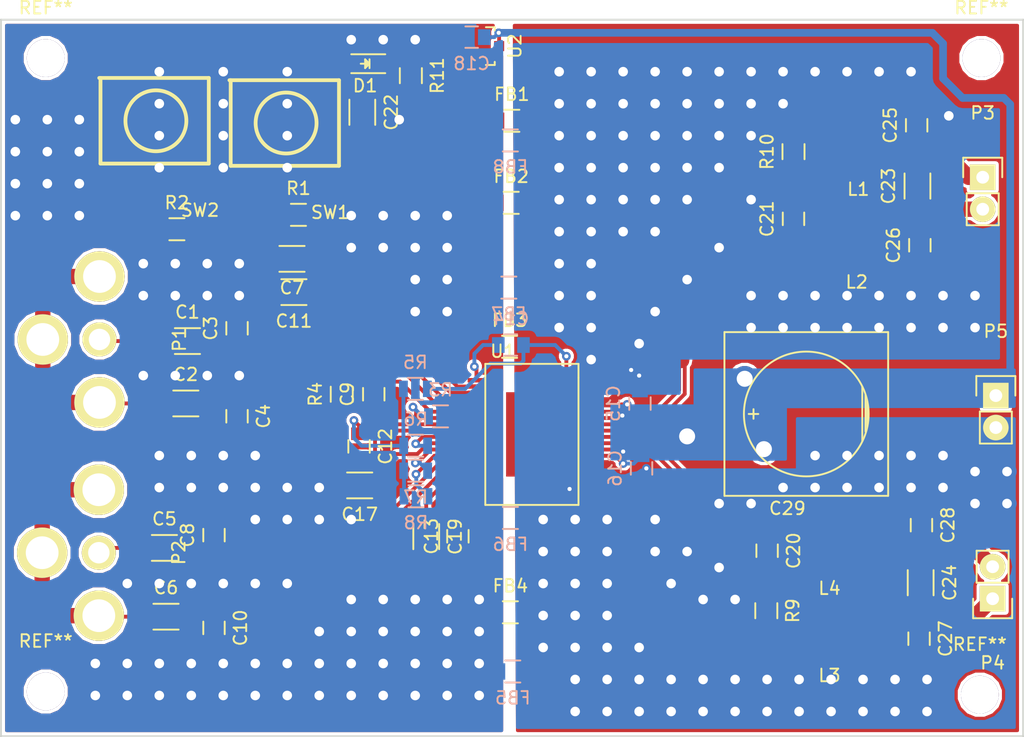
<source format=kicad_pcb>
(kicad_pcb (version 4) (host pcbnew 0.201510170916+6271~30~ubuntu14.04.1-product)
  (layers (0 F.Cu signal hide) (31 B.Cu signal) (34 B.Paste user) (35 F.Paste user) (36 B.SilkS user) (37 F.SilkS user) (38 B.Mask user) (39 F.Mask user) (44 Edge.Cuts user))
  (net 0 "")
  (net 1 "Net-(C1-Pad1)")
  (net 2 "Net-(C1-Pad2)")
  (net 3 "Net-(C2-Pad1)")
  (net 4 "Net-(C2-Pad2)")
  (net 5 OGND)
  (net 6 "Net-(C5-Pad1)")
  (net 7 "Net-(C5-Pad2)")
  (net 8 "Net-(C6-Pad1)")
  (net 9 "Net-(C10-Pad1)")
  (net 10 /STBY)
  (net 11 "Net-(C9-Pad2)")
  (net 12 /MUTE)
  (net 13 /VDDS)
  (net 14 SGND)
  (net 15 "Net-(C13-Pad1)")
  (net 16 "Net-(C13-Pad2)")
  (net 17 "Net-(C14-Pad1)")
  (net 18 "Net-(C14-Pad2)")
  (net 19 /VCC)
  (net 20 "Net-(C17-Pad1)")
  (net 21 "Net-(C19-Pad1)")
  (net 22 "Net-(C20-Pad1)")
  (net 23 "Net-(C20-Pad2)")
  (net 24 "Net-(C21-Pad1)")
  (net 25 "Net-(C21-Pad2)")
  (net 26 /3V3)
  (net 27 /OUTL-)
  (net 28 /OUTL+)
  (net 29 /OUTR-)
  (net 30 /OUTR+)
  (net 31 "Net-(L1-Pad2)")
  (net 32 "Net-(L3-Pad2)")
  (net 33 "Net-(R1-Pad1)")
  (net 34 "Net-(R2-Pad1)")
  (net 35 /SYNCLK)
  (net 36 /DIAG)
  (net 37 "Net-(R7-Pad2)")
  (net 38 "Net-(R8-Pad2)")
  (net 39 "Net-(D1-Pad1)")
  (net 40 GND)
  (module ClassD:STITCH-VIA (layer F.Cu) (at 197.29704 94.96298)
    (fp_text reference REF**111111132 hide)
    (fp_text value STITCH-VIA hide)
    (pad 1 thru_hole circle (at 0 0) (size 1.524 1.524) (drill 0.762) (layers *.Cu) (net 5 OGND))
  )
  (module ClassD:STITCH-VIA (layer F.Cu) (at 154.92984 110.50778)
    (fp_text reference REF**11111111 hide)
    (fp_text value STITCH-VIA hide)
    (pad 1 thru_hole circle (at 0 0) (size 1.524 1.524) (drill 0.762) (layers *.Cu) (net 40 GND))
  )
  (module ClassD:STITCH-VIA (layer F.Cu) (at 157.46984 110.50778)
    (fp_text reference REF**11111111 hide)
    (fp_text value STITCH-VIA hide)
    (pad 1 thru_hole circle (at 0 0) (size 1.524 1.524) (drill 0.762) (layers *.Cu) (net 40 GND))
  )
  (module ClassD:STITCH-VIA (layer F.Cu) (at 154.92984 107.96778)
    (fp_text reference REF**11111111 hide)
    (fp_text value STITCH-VIA hide)
    (pad 1 thru_hole circle (at 0 0) (size 1.524 1.524) (drill 0.762) (layers *.Cu) (net 40 GND))
  )
  (module ClassD:STITCH-VIA (layer F.Cu) (at 157.46984 107.96778)
    (fp_text reference REF**11111111 hide)
    (fp_text value STITCH-VIA hide)
    (pad 1 thru_hole circle (at 0 0) (size 1.524 1.524) (drill 0.762) (layers *.Cu) (net 40 GND))
  )
  (module ClassD:STITCH-VIA (layer F.Cu) (at 154.92984 102.88778)
    (fp_text reference REF**11111111 hide)
    (fp_text value STITCH-VIA hide)
    (pad 1 thru_hole circle (at 0 0) (size 1.524 1.524) (drill 0.762) (layers *.Cu) (net 40 GND))
  )
  (module ClassD:STITCH-VIA (layer F.Cu) (at 152.38984 105.42778)
    (fp_text reference REF**11111111 hide)
    (fp_text value STITCH-VIA hide)
    (pad 1 thru_hole circle (at 0 0) (size 1.524 1.524) (drill 0.762) (layers *.Cu) (net 40 GND))
  )
  (module ClassD:STITCH-VIA (layer F.Cu) (at 154.92984 105.42778)
    (fp_text reference REF**11111111 hide)
    (fp_text value STITCH-VIA hide)
    (pad 1 thru_hole circle (at 0 0) (size 1.524 1.524) (drill 0.762) (layers *.Cu) (net 40 GND))
  )
  (module ClassD:STITCH-VIA (layer F.Cu) (at 149.84984 105.42778)
    (fp_text reference REF**11111111 hide)
    (fp_text value STITCH-VIA hide)
    (pad 1 thru_hole circle (at 0 0) (size 1.524 1.524) (drill 0.762) (layers *.Cu) (net 40 GND))
  )
  (module ClassD:STITCH-VIA (layer F.Cu) (at 152.38984 102.88778)
    (fp_text reference REF**11111111 hide)
    (fp_text value STITCH-VIA hide)
    (pad 1 thru_hole circle (at 0 0) (size 1.524 1.524) (drill 0.762) (layers *.Cu) (net 40 GND))
  )
  (module ClassD:STITCH-VIA (layer F.Cu) (at 149.84984 102.88778)
    (fp_text reference REF**11111111 hide)
    (fp_text value STITCH-VIA hide)
    (pad 1 thru_hole circle (at 0 0) (size 1.524 1.524) (drill 0.762) (layers *.Cu) (net 40 GND))
  )
  (module ClassD:STITCH-VIA (layer F.Cu) (at 157.46984 105.42778)
    (fp_text reference REF**11111111 hide)
    (fp_text value STITCH-VIA hide)
    (pad 1 thru_hole circle (at 0 0) (size 1.524 1.524) (drill 0.762) (layers *.Cu) (net 40 GND))
  )
  (module ClassD:STITCH-VIA (layer F.Cu) (at 157.46984 102.88778)
    (fp_text reference REF**11111111 hide)
    (fp_text value STITCH-VIA hide)
    (pad 1 thru_hole circle (at 0 0) (size 1.524 1.524) (drill 0.762) (layers *.Cu) (net 40 GND))
  )
  (module ClassD:STITCH-VIA (layer F.Cu) (at 147.30984 124.47778)
    (fp_text reference REF**11111111 hide)
    (fp_text value STITCH-VIA hide)
    (pad 1 thru_hole circle (at 0 0) (size 1.524 1.524) (drill 0.762) (layers *.Cu) (net 40 GND))
  )
  (module ClassD:STITCH-VIA (layer F.Cu) (at 144.76984 124.47778)
    (fp_text reference REF**11111111 hide)
    (fp_text value STITCH-VIA hide)
    (pad 1 thru_hole circle (at 0 0) (size 1.524 1.524) (drill 0.762) (layers *.Cu) (net 40 GND))
  )
  (module ClassD:STITCH-VIA (layer F.Cu) (at 149.84984 127.01778)
    (fp_text reference REF**11111111 hide)
    (fp_text value STITCH-VIA hide)
    (pad 1 thru_hole circle (at 0 0) (size 1.524 1.524) (drill 0.762) (layers *.Cu) (net 40 GND))
  )
  (module ClassD:STITCH-VIA (layer F.Cu) (at 147.30984 127.01778)
    (fp_text reference REF**11111111 hide)
    (fp_text value STITCH-VIA hide)
    (pad 1 thru_hole circle (at 0 0) (size 1.524 1.524) (drill 0.762) (layers *.Cu) (net 40 GND))
  )
  (module ClassD:STITCH-VIA (layer F.Cu) (at 144.76984 127.01778)
    (fp_text reference REF**11111111 hide)
    (fp_text value STITCH-VIA hide)
    (pad 1 thru_hole circle (at 0 0) (size 1.524 1.524) (drill 0.762) (layers *.Cu) (net 40 GND))
  )
  (module ClassD:STITCH-VIA (layer F.Cu) (at 142.22984 127.01778)
    (fp_text reference REF**11111111 hide)
    (fp_text value STITCH-VIA hide)
    (pad 1 thru_hole circle (at 0 0) (size 1.524 1.524) (drill 0.762) (layers *.Cu) (net 40 GND))
  )
  (module ClassD:STITCH-VIA (layer F.Cu) (at 160.00984 140.98778)
    (fp_text reference REF**11111111 hide)
    (fp_text value STITCH-VIA hide)
    (pad 1 thru_hole circle (at 0 0) (size 1.524 1.524) (drill 0.762) (layers *.Cu) (net 40 GND))
  )
  (module ClassD:STITCH-VIA (layer F.Cu) (at 160.00984 138.44778)
    (fp_text reference REF**11111111 hide)
    (fp_text value STITCH-VIA hide)
    (pad 1 thru_hole circle (at 0 0) (size 1.524 1.524) (drill 0.762) (layers *.Cu) (net 40 GND))
  )
  (module ClassD:STITCH-VIA (layer F.Cu) (at 160.00984 133.36778)
    (fp_text reference REF**11111111 hide)
    (fp_text value STITCH-VIA hide)
    (pad 1 thru_hole circle (at 0 0) (size 1.524 1.524) (drill 0.762) (layers *.Cu) (net 40 GND))
  )
  (module ClassD:STITCH-VIA (layer F.Cu) (at 157.46984 133.36778)
    (fp_text reference REF**11111111 hide)
    (fp_text value STITCH-VIA hide)
    (pad 1 thru_hole circle (at 0 0) (size 1.524 1.524) (drill 0.762) (layers *.Cu) (net 40 GND))
  )
  (module ClassD:STITCH-VIA (layer F.Cu) (at 154.92984 133.36778)
    (fp_text reference REF**11111111 hide)
    (fp_text value STITCH-VIA hide)
    (pad 1 thru_hole circle (at 0 0) (size 1.524 1.524) (drill 0.762) (layers *.Cu) (net 40 GND))
  )
  (module ClassD:STITCH-VIA (layer F.Cu) (at 149.84984 133.36778)
    (fp_text reference REF**11111111 hide)
    (fp_text value STITCH-VIA hide)
    (pad 1 thru_hole circle (at 0 0) (size 1.524 1.524) (drill 0.762) (layers *.Cu) (net 40 GND))
  )
  (module ClassD:STITCH-VIA (layer F.Cu) (at 152.38984 133.36778)
    (fp_text reference REF**11111111 hide)
    (fp_text value STITCH-VIA hide)
    (pad 1 thru_hole circle (at 0 0) (size 1.524 1.524) (drill 0.762) (layers *.Cu) (net 40 GND))
  )
  (module ClassD:STITCH-VIA (layer F.Cu) (at 157.46984 135.90778)
    (fp_text reference REF**11111111 hide)
    (fp_text value STITCH-VIA hide)
    (pad 1 thru_hole circle (at 0 0) (size 1.524 1.524) (drill 0.762) (layers *.Cu) (net 40 GND))
  )
  (module ClassD:STITCH-VIA (layer F.Cu) (at 154.92984 135.90778)
    (fp_text reference REF**11111111 hide)
    (fp_text value STITCH-VIA hide)
    (pad 1 thru_hole circle (at 0 0) (size 1.524 1.524) (drill 0.762) (layers *.Cu) (net 40 GND))
  )
  (module ClassD:STITCH-VIA (layer F.Cu) (at 149.84984 135.90778)
    (fp_text reference REF**11111111 hide)
    (fp_text value STITCH-VIA hide)
    (pad 1 thru_hole circle (at 0 0) (size 1.524 1.524) (drill 0.762) (layers *.Cu) (net 40 GND))
  )
  (module ClassD:STITCH-VIA (layer F.Cu) (at 152.38984 135.90778)
    (fp_text reference REF**11111111 hide)
    (fp_text value STITCH-VIA hide)
    (pad 1 thru_hole circle (at 0 0) (size 1.524 1.524) (drill 0.762) (layers *.Cu) (net 40 GND))
  )
  (module ClassD:STITCH-VIA (layer F.Cu) (at 160.00984 135.90778)
    (fp_text reference REF**11111111 hide)
    (fp_text value STITCH-VIA hide)
    (pad 1 thru_hole circle (at 0 0) (size 1.524 1.524) (drill 0.762) (layers *.Cu) (net 40 GND))
  )
  (module ClassD:STITCH-VIA (layer F.Cu) (at 147.30984 135.90778)
    (fp_text reference REF**11111111 hide)
    (fp_text value STITCH-VIA hide)
    (pad 1 thru_hole circle (at 0 0) (size 1.524 1.524) (drill 0.762) (layers *.Cu) (net 40 GND))
  )
  (module ClassD:STITCH-VIA (layer F.Cu) (at 154.92984 138.44778)
    (fp_text reference REF**11111111 hide)
    (fp_text value STITCH-VIA hide)
    (pad 1 thru_hole circle (at 0 0) (size 1.524 1.524) (drill 0.762) (layers *.Cu) (net 40 GND))
  )
  (module ClassD:STITCH-VIA (layer F.Cu) (at 152.38984 138.44778)
    (fp_text reference REF**11111111 hide)
    (fp_text value STITCH-VIA hide)
    (pad 1 thru_hole circle (at 0 0) (size 1.524 1.524) (drill 0.762) (layers *.Cu) (net 40 GND))
  )
  (module ClassD:STITCH-VIA (layer F.Cu) (at 147.30984 138.44778)
    (fp_text reference REF**11111111 hide)
    (fp_text value STITCH-VIA hide)
    (pad 1 thru_hole circle (at 0 0) (size 1.524 1.524) (drill 0.762) (layers *.Cu) (net 40 GND))
  )
  (module ClassD:STITCH-VIA (layer F.Cu) (at 149.84984 138.44778)
    (fp_text reference REF**11111111 hide)
    (fp_text value STITCH-VIA hide)
    (pad 1 thru_hole circle (at 0 0) (size 1.524 1.524) (drill 0.762) (layers *.Cu) (net 40 GND))
  )
  (module ClassD:STITCH-VIA (layer F.Cu) (at 157.46984 138.44778)
    (fp_text reference REF**11111111 hide)
    (fp_text value STITCH-VIA hide)
    (pad 1 thru_hole circle (at 0 0) (size 1.524 1.524) (drill 0.762) (layers *.Cu) (net 40 GND))
  )
  (module ClassD:STITCH-VIA (layer F.Cu) (at 144.76984 138.44778)
    (fp_text reference REF**11111111 hide)
    (fp_text value STITCH-VIA hide)
    (pad 1 thru_hole circle (at 0 0) (size 1.524 1.524) (drill 0.762) (layers *.Cu) (net 40 GND))
  )
  (module ClassD:STITCH-VIA (layer F.Cu) (at 154.92984 140.98778)
    (fp_text reference REF**11111111 hide)
    (fp_text value STITCH-VIA hide)
    (pad 1 thru_hole circle (at 0 0) (size 1.524 1.524) (drill 0.762) (layers *.Cu) (net 40 GND))
  )
  (module ClassD:STITCH-VIA (layer F.Cu) (at 152.38984 140.98778)
    (fp_text reference REF**11111111 hide)
    (fp_text value STITCH-VIA hide)
    (pad 1 thru_hole circle (at 0 0) (size 1.524 1.524) (drill 0.762) (layers *.Cu) (net 40 GND))
  )
  (module ClassD:STITCH-VIA (layer F.Cu) (at 147.30984 140.98778)
    (fp_text reference REF**11111111 hide)
    (fp_text value STITCH-VIA hide)
    (pad 1 thru_hole circle (at 0 0) (size 1.524 1.524) (drill 0.762) (layers *.Cu) (net 40 GND))
  )
  (module ClassD:STITCH-VIA (layer F.Cu) (at 149.84984 140.98778)
    (fp_text reference REF**11111111 hide)
    (fp_text value STITCH-VIA hide)
    (pad 1 thru_hole circle (at 0 0) (size 1.524 1.524) (drill 0.762) (layers *.Cu) (net 40 GND))
  )
  (module ClassD:STITCH-VIA (layer F.Cu) (at 157.46984 140.98778)
    (fp_text reference REF**11111111 hide)
    (fp_text value STITCH-VIA hide)
    (pad 1 thru_hole circle (at 0 0) (size 1.524 1.524) (drill 0.762) (layers *.Cu) (net 40 GND))
  )
  (module ClassD:STITCH-VIA (layer F.Cu) (at 144.76984 140.98778)
    (fp_text reference REF**11111111 hide)
    (fp_text value STITCH-VIA hide)
    (pad 1 thru_hole circle (at 0 0) (size 1.524 1.524) (drill 0.762) (layers *.Cu) (net 40 GND))
  )
  (module ClassD:STITCH-VIA (layer F.Cu) (at 139.68984 140.98778)
    (fp_text reference REF**11111111 hide)
    (fp_text value STITCH-VIA hide)
    (pad 1 thru_hole circle (at 0 0) (size 1.524 1.524) (drill 0.762) (layers *.Cu) (net 40 GND))
  )
  (module ClassD:STITCH-VIA (layer F.Cu) (at 137.14984 140.98778)
    (fp_text reference REF**11111111 hide)
    (fp_text value STITCH-VIA hide)
    (pad 1 thru_hole circle (at 0 0) (size 1.524 1.524) (drill 0.762) (layers *.Cu) (net 40 GND))
  )
  (module ClassD:STITCH-VIA (layer F.Cu) (at 132.06984 140.98778)
    (fp_text reference REF**11111111 hide)
    (fp_text value STITCH-VIA hide)
    (pad 1 thru_hole circle (at 0 0) (size 1.524 1.524) (drill 0.762) (layers *.Cu) (net 40 GND))
  )
  (module ClassD:STITCH-VIA (layer F.Cu) (at 134.60984 140.98778)
    (fp_text reference REF**11111111 hide)
    (fp_text value STITCH-VIA hide)
    (pad 1 thru_hole circle (at 0 0) (size 1.524 1.524) (drill 0.762) (layers *.Cu) (net 40 GND))
  )
  (module ClassD:STITCH-VIA (layer F.Cu) (at 142.22984 140.98778)
    (fp_text reference REF**11111111 hide)
    (fp_text value STITCH-VIA hide)
    (pad 1 thru_hole circle (at 0 0) (size 1.524 1.524) (drill 0.762) (layers *.Cu) (net 40 GND))
  )
  (module ClassD:STITCH-VIA (layer F.Cu) (at 129.52984 140.98778)
    (fp_text reference REF**11111111 hide)
    (fp_text value STITCH-VIA hide)
    (pad 1 thru_hole circle (at 0 0) (size 1.524 1.524) (drill 0.762) (layers *.Cu) (net 40 GND))
  )
  (module ClassD:STITCH-VIA (layer F.Cu) (at 139.68984 138.44778)
    (fp_text reference REF**11111111 hide)
    (fp_text value STITCH-VIA hide)
    (pad 1 thru_hole circle (at 0 0) (size 1.524 1.524) (drill 0.762) (layers *.Cu) (net 40 GND))
  )
  (module ClassD:STITCH-VIA (layer F.Cu) (at 137.14984 138.44778)
    (fp_text reference REF**11111111 hide)
    (fp_text value STITCH-VIA hide)
    (pad 1 thru_hole circle (at 0 0) (size 1.524 1.524) (drill 0.762) (layers *.Cu) (net 40 GND))
  )
  (module ClassD:STITCH-VIA (layer F.Cu) (at 132.06984 138.44778)
    (fp_text reference REF**11111111 hide)
    (fp_text value STITCH-VIA hide)
    (pad 1 thru_hole circle (at 0 0) (size 1.524 1.524) (drill 0.762) (layers *.Cu) (net 40 GND))
  )
  (module ClassD:STITCH-VIA (layer F.Cu) (at 134.60984 138.44778)
    (fp_text reference REF**11111111 hide)
    (fp_text value STITCH-VIA hide)
    (pad 1 thru_hole circle (at 0 0) (size 1.524 1.524) (drill 0.762) (layers *.Cu) (net 40 GND))
  )
  (module ClassD:STITCH-VIA (layer F.Cu) (at 142.22984 138.44778)
    (fp_text reference REF**11111111 hide)
    (fp_text value STITCH-VIA hide)
    (pad 1 thru_hole circle (at 0 0) (size 1.524 1.524) (drill 0.762) (layers *.Cu) (net 40 GND))
  )
  (module ClassD:STITCH-VIA (layer F.Cu) (at 129.52984 138.44778)
    (fp_text reference REF**11111111 hide)
    (fp_text value STITCH-VIA hide)
    (pad 1 thru_hole circle (at 0 0) (size 1.524 1.524) (drill 0.762) (layers *.Cu) (net 40 GND))
  )
  (module ClassD:STITCH-VIA (layer F.Cu) (at 142.22984 132.09778)
    (fp_text reference REF**11111111 hide)
    (fp_text value STITCH-VIA hide)
    (pad 1 thru_hole circle (at 0 0) (size 1.524 1.524) (drill 0.762) (layers *.Cu) (net 40 GND))
  )
  (module ClassD:STITCH-VIA (layer F.Cu) (at 144.76984 132.09778)
    (fp_text reference REF**11111111 hide)
    (fp_text value STITCH-VIA hide)
    (pad 1 thru_hole circle (at 0 0) (size 1.524 1.524) (drill 0.762) (layers *.Cu) (net 40 GND))
  )
  (module ClassD:STITCH-VIA (layer F.Cu) (at 132.06984 132.09778)
    (fp_text reference REF**11111111 hide)
    (fp_text value STITCH-VIA hide)
    (pad 1 thru_hole circle (at 0 0) (size 1.524 1.524) (drill 0.762) (layers *.Cu) (net 40 GND))
  )
  (module ClassD:STITCH-VIA (layer F.Cu) (at 134.60984 132.09778)
    (fp_text reference REF**11111111 hide)
    (fp_text value STITCH-VIA hide)
    (pad 1 thru_hole circle (at 0 0) (size 1.524 1.524) (drill 0.762) (layers *.Cu) (net 40 GND))
  )
  (module ClassD:STITCH-VIA (layer F.Cu) (at 137.14984 132.09778)
    (fp_text reference REF**11111111 hide)
    (fp_text value STITCH-VIA hide)
    (pad 1 thru_hole circle (at 0 0) (size 1.524 1.524) (drill 0.762) (layers *.Cu) (net 40 GND))
  )
  (module ClassD:STITCH-VIA (layer F.Cu) (at 139.68984 132.09778)
    (fp_text reference REF**11111111 hide)
    (fp_text value STITCH-VIA hide)
    (pad 1 thru_hole circle (at 0 0) (size 1.524 1.524) (drill 0.762) (layers *.Cu) (net 40 GND))
  )
  (module ClassD:STITCH-VIA (layer F.Cu) (at 134.60984 124.47778)
    (fp_text reference REF**11111111 hide)
    (fp_text value STITCH-VIA hide)
    (pad 1 thru_hole circle (at 0 0) (size 1.524 1.524) (drill 0.762) (layers *.Cu) (net 40 GND))
  )
  (module ClassD:STITCH-VIA (layer F.Cu) (at 137.14984 124.47778)
    (fp_text reference REF**11111111 hide)
    (fp_text value STITCH-VIA hide)
    (pad 1 thru_hole circle (at 0 0) (size 1.524 1.524) (drill 0.762) (layers *.Cu) (net 40 GND))
  )
  (module ClassD:STITCH-VIA (layer F.Cu) (at 139.68984 124.47778)
    (fp_text reference REF**11111111 hide)
    (fp_text value STITCH-VIA hide)
    (pad 1 thru_hole circle (at 0 0) (size 1.524 1.524) (drill 0.762) (layers *.Cu) (net 40 GND))
  )
  (module ClassD:STITCH-VIA (layer F.Cu) (at 142.22984 124.47778)
    (fp_text reference REF**11111111 hide)
    (fp_text value STITCH-VIA hide)
    (pad 1 thru_hole circle (at 0 0) (size 1.524 1.524) (drill 0.762) (layers *.Cu) (net 40 GND))
  )
  (module ClassD:STITCH-VIA (layer F.Cu) (at 134.60984 121.93778)
    (fp_text reference REF**11111111 hide)
    (fp_text value STITCH-VIA hide)
    (pad 1 thru_hole circle (at 0 0) (size 1.524 1.524) (drill 0.762) (layers *.Cu) (net 40 GND))
  )
  (module ClassD:STITCH-VIA (layer F.Cu) (at 137.14984 121.93778)
    (fp_text reference REF**11111111 hide)
    (fp_text value STITCH-VIA hide)
    (pad 1 thru_hole circle (at 0 0) (size 1.524 1.524) (drill 0.762) (layers *.Cu) (net 40 GND))
  )
  (module ClassD:STITCH-VIA (layer F.Cu) (at 139.68984 121.93778)
    (fp_text reference REF**11111111 hide)
    (fp_text value STITCH-VIA hide)
    (pad 1 thru_hole circle (at 0 0) (size 1.524 1.524) (drill 0.762) (layers *.Cu) (net 40 GND))
  )
  (module ClassD:STITCH-VIA (layer F.Cu) (at 142.22984 121.93778)
    (fp_text reference REF**11111111 hide)
    (fp_text value STITCH-VIA hide)
    (pad 1 thru_hole circle (at 0 0) (size 1.524 1.524) (drill 0.762) (layers *.Cu) (net 40 GND))
  )
  (module ClassD:STITCH-VIA (layer F.Cu) (at 133.33984 115.58778)
    (fp_text reference REF**11111111 hide)
    (fp_text value STITCH-VIA hide)
    (pad 1 thru_hole circle (at 0 0) (size 1.524 1.524) (drill 0.762) (layers *.Cu) (net 40 GND))
  )
  (module ClassD:STITCH-VIA (layer F.Cu) (at 135.87984 115.58778)
    (fp_text reference REF**11111111 hide)
    (fp_text value STITCH-VIA hide)
    (pad 1 thru_hole circle (at 0 0) (size 1.524 1.524) (drill 0.762) (layers *.Cu) (net 40 GND))
  )
  (module ClassD:STITCH-VIA (layer F.Cu) (at 138.41984 115.58778)
    (fp_text reference REF**11111111 hide)
    (fp_text value STITCH-VIA hide)
    (pad 1 thru_hole circle (at 0 0) (size 1.524 1.524) (drill 0.762) (layers *.Cu) (net 40 GND))
  )
  (module ClassD:STITCH-VIA (layer F.Cu) (at 140.95984 115.58778)
    (fp_text reference REF**11111111 hide)
    (fp_text value STITCH-VIA hide)
    (pad 1 thru_hole circle (at 0 0) (size 1.524 1.524) (drill 0.762) (layers *.Cu) (net 40 GND))
  )
  (module ClassD:STITCH-VIA (layer F.Cu) (at 133.33984 109.23778)
    (fp_text reference REF**11111111 hide)
    (fp_text value STITCH-VIA hide)
    (pad 1 thru_hole circle (at 0 0) (size 1.524 1.524) (drill 0.762) (layers *.Cu) (net 40 GND))
  )
  (module ClassD:STITCH-VIA (layer F.Cu) (at 135.87984 109.23778)
    (fp_text reference REF**11111111 hide)
    (fp_text value STITCH-VIA hide)
    (pad 1 thru_hole circle (at 0 0) (size 1.524 1.524) (drill 0.762) (layers *.Cu) (net 40 GND))
  )
  (module ClassD:STITCH-VIA (layer F.Cu) (at 138.41984 109.23778)
    (fp_text reference REF**11111111 hide)
    (fp_text value STITCH-VIA hide)
    (pad 1 thru_hole circle (at 0 0) (size 1.524 1.524) (drill 0.762) (layers *.Cu) (net 40 GND))
  )
  (module ClassD:STITCH-VIA (layer F.Cu) (at 140.95984 109.23778)
    (fp_text reference REF**11111111 hide)
    (fp_text value STITCH-VIA hide)
    (pad 1 thru_hole circle (at 0 0) (size 1.524 1.524) (drill 0.762) (layers *.Cu) (net 40 GND))
  )
  (module ClassD:STITCH-VIA (layer F.Cu) (at 140.95984 106.69778)
    (fp_text reference REF**11111111 hide)
    (fp_text value STITCH-VIA hide)
    (pad 1 thru_hole circle (at 0 0) (size 1.524 1.524) (drill 0.762) (layers *.Cu) (net 40 GND))
  )
  (module ClassD:STITCH-VIA (layer F.Cu) (at 138.41984 106.69778)
    (fp_text reference REF**11111111 hide)
    (fp_text value STITCH-VIA hide)
    (pad 1 thru_hole circle (at 0 0) (size 1.524 1.524) (drill 0.762) (layers *.Cu) (net 40 GND))
  )
  (module ClassD:STITCH-VIA (layer F.Cu) (at 133.33984 106.69778)
    (fp_text reference REF**11111111 hide)
    (fp_text value STITCH-VIA hide)
    (pad 1 thru_hole circle (at 0 0) (size 1.524 1.524) (drill 0.762) (layers *.Cu) (net 40 GND))
  )
  (module ClassD:STITCH-VIA (layer F.Cu) (at 135.87984 106.69778)
    (fp_text reference REF**11111111 hide)
    (fp_text value STITCH-VIA hide)
    (pad 1 thru_hole circle (at 0 0) (size 1.524 1.524) (drill 0.762) (layers *.Cu) (net 40 GND))
  )
  (module ClassD:STITCH-VIA (layer F.Cu) (at 128.25984 100.34778)
    (fp_text reference REF**11111111 hide)
    (fp_text value STITCH-VIA hide)
    (pad 1 thru_hole circle (at 0 0) (size 1.524 1.524) (drill 0.762) (layers *.Cu) (net 40 GND))
  )
  (module ClassD:STITCH-VIA (layer F.Cu) (at 128.25984 95.26778)
    (fp_text reference REF**11111111 hide)
    (fp_text value STITCH-VIA hide)
    (pad 1 thru_hole circle (at 0 0) (size 1.524 1.524) (drill 0.762) (layers *.Cu) (net 40 GND))
  )
  (module ClassD:STITCH-VIA (layer F.Cu) (at 128.25984 97.80778)
    (fp_text reference REF**11111111 hide)
    (fp_text value STITCH-VIA hide)
    (pad 1 thru_hole circle (at 0 0) (size 1.524 1.524) (drill 0.762) (layers *.Cu) (net 40 GND))
  )
  (module ClassD:STITCH-VIA (layer F.Cu) (at 128.25984 102.88778)
    (fp_text reference REF**11111111 hide)
    (fp_text value STITCH-VIA hide)
    (pad 1 thru_hole circle (at 0 0) (size 1.524 1.524) (drill 0.762) (layers *.Cu) (net 40 GND))
  )
  (module ClassD:STITCH-VIA (layer F.Cu) (at 125.71984 100.34778)
    (fp_text reference REF**11111111 hide)
    (fp_text value STITCH-VIA hide)
    (pad 1 thru_hole circle (at 0 0) (size 1.524 1.524) (drill 0.762) (layers *.Cu) (net 40 GND))
  )
  (module ClassD:STITCH-VIA (layer F.Cu) (at 125.71984 95.26778)
    (fp_text reference REF**11111111 hide)
    (fp_text value STITCH-VIA hide)
    (pad 1 thru_hole circle (at 0 0) (size 1.524 1.524) (drill 0.762) (layers *.Cu) (net 40 GND))
  )
  (module ClassD:STITCH-VIA (layer F.Cu) (at 125.71984 97.80778)
    (fp_text reference REF**11111111 hide)
    (fp_text value STITCH-VIA hide)
    (pad 1 thru_hole circle (at 0 0) (size 1.524 1.524) (drill 0.762) (layers *.Cu) (net 40 GND))
  )
  (module ClassD:STITCH-VIA (layer F.Cu) (at 125.71984 102.88778)
    (fp_text reference REF**11111111 hide)
    (fp_text value STITCH-VIA hide)
    (pad 1 thru_hole circle (at 0 0) (size 1.524 1.524) (drill 0.762) (layers *.Cu) (net 40 GND))
  )
  (module ClassD:STITCH-VIA (layer F.Cu) (at 123.17984 100.34778)
    (fp_text reference REF**11111111 hide)
    (fp_text value STITCH-VIA hide)
    (pad 1 thru_hole circle (at 0 0) (size 1.524 1.524) (drill 0.762) (layers *.Cu) (net 40 GND))
  )
  (module ClassD:STITCH-VIA (layer F.Cu) (at 123.17984 95.26778)
    (fp_text reference REF**11111111 hide)
    (fp_text value STITCH-VIA hide)
    (pad 1 thru_hole circle (at 0 0) (size 1.524 1.524) (drill 0.762) (layers *.Cu) (net 40 GND))
  )
  (module ClassD:STITCH-VIA (layer F.Cu) (at 123.17984 97.80778)
    (fp_text reference REF**11111111 hide)
    (fp_text value STITCH-VIA hide)
    (pad 1 thru_hole circle (at 0 0) (size 1.524 1.524) (drill 0.762) (layers *.Cu) (net 40 GND))
  )
  (module ClassD:STITCH-VIA (layer F.Cu) (at 123.17984 102.88778)
    (fp_text reference REF**11111111 hide)
    (fp_text value STITCH-VIA hide)
    (pad 1 thru_hole circle (at 0 0) (size 1.524 1.524) (drill 0.762) (layers *.Cu) (net 40 GND))
  )
  (module ClassD:STITCH-VIA (layer F.Cu) (at 134.60984 96.53778)
    (fp_text reference REF**11111111 hide)
    (fp_text value STITCH-VIA hide)
    (pad 1 thru_hole circle (at 0 0) (size 1.524 1.524) (drill 0.762) (layers *.Cu) (net 40 GND))
  )
  (module ClassD:STITCH-VIA (layer F.Cu) (at 134.60984 91.45778)
    (fp_text reference REF**11111111 hide)
    (fp_text value STITCH-VIA hide)
    (pad 1 thru_hole circle (at 0 0) (size 1.524 1.524) (drill 0.762) (layers *.Cu) (net 40 GND))
  )
  (module ClassD:STITCH-VIA (layer F.Cu) (at 134.60984 93.99778)
    (fp_text reference REF**11111111 hide)
    (fp_text value STITCH-VIA hide)
    (pad 1 thru_hole circle (at 0 0) (size 1.524 1.524) (drill 0.762) (layers *.Cu) (net 40 GND))
  )
  (module ClassD:STITCH-VIA (layer F.Cu) (at 134.60984 99.07778)
    (fp_text reference REF**11111111 hide)
    (fp_text value STITCH-VIA hide)
    (pad 1 thru_hole circle (at 0 0) (size 1.524 1.524) (drill 0.762) (layers *.Cu) (net 40 GND))
  )
  (module ClassD:STITCH-VIA (layer F.Cu) (at 139.68984 96.53778)
    (fp_text reference REF**11111111 hide)
    (fp_text value STITCH-VIA hide)
    (pad 1 thru_hole circle (at 0 0) (size 1.524 1.524) (drill 0.762) (layers *.Cu) (net 40 GND))
  )
  (module ClassD:STITCH-VIA (layer F.Cu) (at 139.68984 91.45778)
    (fp_text reference REF**11111111 hide)
    (fp_text value STITCH-VIA hide)
    (pad 1 thru_hole circle (at 0 0) (size 1.524 1.524) (drill 0.762) (layers *.Cu) (net 40 GND))
  )
  (module ClassD:STITCH-VIA (layer F.Cu) (at 139.68984 93.99778)
    (fp_text reference REF**11111111 hide)
    (fp_text value STITCH-VIA hide)
    (pad 1 thru_hole circle (at 0 0) (size 1.524 1.524) (drill 0.762) (layers *.Cu) (net 40 GND))
  )
  (module ClassD:STITCH-VIA (layer F.Cu) (at 139.68984 99.07778)
    (fp_text reference REF**11111111 hide)
    (fp_text value STITCH-VIA hide)
    (pad 1 thru_hole circle (at 0 0) (size 1.524 1.524) (drill 0.762) (layers *.Cu) (net 40 GND))
  )
  (module ClassD:STITCH-VIA (layer F.Cu) (at 144.76984 96.53778)
    (fp_text reference REF**11111111 hide)
    (fp_text value STITCH-VIA hide)
    (pad 1 thru_hole circle (at 0 0) (size 1.524 1.524) (drill 0.762) (layers *.Cu) (net 40 GND))
  )
  (module ClassD:STITCH-VIA (layer F.Cu) (at 144.76984 91.45778)
    (fp_text reference REF**11111111 hide)
    (fp_text value STITCH-VIA hide)
    (pad 1 thru_hole circle (at 0 0) (size 1.524 1.524) (drill 0.762) (layers *.Cu) (net 40 GND))
  )
  (module ClassD:STITCH-VIA (layer F.Cu) (at 144.76984 93.99778)
    (fp_text reference REF**11111111 hide)
    (fp_text value STITCH-VIA hide)
    (pad 1 thru_hole circle (at 0 0) (size 1.524 1.524) (drill 0.762) (layers *.Cu) (net 40 GND))
  )
  (module ClassD:STITCH-VIA (layer F.Cu) (at 144.76984 99.07778)
    (fp_text reference REF**11111111 hide)
    (fp_text value STITCH-VIA hide)
    (pad 1 thru_hole circle (at 0 0) (size 1.524 1.524) (drill 0.762) (layers *.Cu) (net 40 GND))
  )
  (module ClassD:STITCH-VIA (layer F.Cu) (at 153.65984 95.26778)
    (fp_text reference REF**11111111 hide)
    (fp_text value STITCH-VIA hide)
    (pad 1 thru_hole circle (at 0 0) (size 1.524 1.524) (drill 0.762) (layers *.Cu) (net 40 GND))
  )
  (module ClassD:STITCH-VIA (layer F.Cu) (at 149.84984 88.91778)
    (fp_text reference REF**11111111 hide)
    (fp_text value STITCH-VIA hide)
    (pad 1 thru_hole circle (at 0 0) (size 1.524 1.524) (drill 0.762) (layers *.Cu) (net 40 GND))
  )
  (module ClassD:STITCH-VIA (layer F.Cu) (at 152.38984 88.91778)
    (fp_text reference REF**11111111 hide)
    (fp_text value STITCH-VIA hide)
    (pad 1 thru_hole circle (at 0 0) (size 1.524 1.524) (drill 0.762) (layers *.Cu) (net 40 GND))
  )
  (module ClassD:STITCH-VIA (layer F.Cu) (at 154.92984 88.91778)
    (fp_text reference REF**11111111 hide)
    (fp_text value STITCH-VIA hide)
    (pad 1 thru_hole circle (at 0 0) (size 1.524 1.524) (drill 0.762) (layers *.Cu) (net 40 GND))
  )
  (module ClassD:STITCH-VIA (layer F.Cu) (at 170.16984 127.01778)
    (fp_text reference REF**11111122 hide)
    (fp_text value STITCH-VIA hide)
    (pad 1 thru_hole circle (at 0 0) (size 1.524 1.524) (drill 0.762) (layers *.Cu) (net 5 OGND))
  )
  (module ClassD:STITCH-VIA (layer F.Cu) (at 167.62984 127.01778)
    (fp_text reference REF**11111122 hide)
    (fp_text value STITCH-VIA hide)
    (pad 1 thru_hole circle (at 0 0) (size 1.524 1.524) (drill 0.762) (layers *.Cu) (net 5 OGND))
  )
  (module ClassD:STITCH-VIA (layer F.Cu) (at 165.08984 127.01778)
    (fp_text reference REF**11111122 hide)
    (fp_text value STITCH-VIA hide)
    (pad 1 thru_hole circle (at 0 0) (size 1.524 1.524) (drill 0.762) (layers *.Cu) (net 5 OGND))
  )
  (module ClassD:STITCH-VIA (layer F.Cu) (at 170.16984 129.55778)
    (fp_text reference REF**11111122 hide)
    (fp_text value STITCH-VIA hide)
    (pad 1 thru_hole circle (at 0 0) (size 1.524 1.524) (drill 0.762) (layers *.Cu) (net 5 OGND))
  )
  (module ClassD:STITCH-VIA (layer F.Cu) (at 165.08984 129.55778)
    (fp_text reference REF**11111122 hide)
    (fp_text value STITCH-VIA hide)
    (pad 1 thru_hole circle (at 0 0) (size 1.524 1.524) (drill 0.762) (layers *.Cu) (net 5 OGND))
  )
  (module ClassD:STITCH-VIA (layer F.Cu) (at 167.62984 129.55778)
    (fp_text reference REF**11111122 hide)
    (fp_text value STITCH-VIA hide)
    (pad 1 thru_hole circle (at 0 0) (size 1.524 1.524) (drill 0.762) (layers *.Cu) (net 5 OGND))
  )
  (module ClassD:STITCH-VIA (layer F.Cu) (at 170.16984 132.09778)
    (fp_text reference REF**11111122 hide)
    (fp_text value STITCH-VIA hide)
    (pad 1 thru_hole circle (at 0 0) (size 1.524 1.524) (drill 0.762) (layers *.Cu) (net 5 OGND))
  )
  (module ClassD:STITCH-VIA (layer F.Cu) (at 165.08984 132.09778)
    (fp_text reference REF**11111122 hide)
    (fp_text value STITCH-VIA hide)
    (pad 1 thru_hole circle (at 0 0) (size 1.524 1.524) (drill 0.762) (layers *.Cu) (net 5 OGND))
  )
  (module ClassD:STITCH-VIA (layer F.Cu) (at 167.62984 132.09778)
    (fp_text reference REF**11111122 hide)
    (fp_text value STITCH-VIA hide)
    (pad 1 thru_hole circle (at 0 0) (size 1.524 1.524) (drill 0.762) (layers *.Cu) (net 5 OGND))
  )
  (module ClassD:STITCH-VIA (layer F.Cu) (at 170.16984 134.63778)
    (fp_text reference REF**11111122 hide)
    (fp_text value STITCH-VIA hide)
    (pad 1 thru_hole circle (at 0 0) (size 1.524 1.524) (drill 0.762) (layers *.Cu) (net 5 OGND))
  )
  (module ClassD:STITCH-VIA (layer F.Cu) (at 165.08984 134.63778)
    (fp_text reference REF**11111122 hide)
    (fp_text value STITCH-VIA hide)
    (pad 1 thru_hole circle (at 0 0) (size 1.524 1.524) (drill 0.762) (layers *.Cu) (net 5 OGND))
  )
  (module ClassD:STITCH-VIA (layer F.Cu) (at 167.62984 134.63778)
    (fp_text reference REF**11111122 hide)
    (fp_text value STITCH-VIA hide)
    (pad 1 thru_hole circle (at 0 0) (size 1.524 1.524) (drill 0.762) (layers *.Cu) (net 5 OGND))
  )
  (module ClassD:STITCH-VIA (layer F.Cu) (at 172.70984 137.17778)
    (fp_text reference REF**11111122 hide)
    (fp_text value STITCH-VIA hide)
    (pad 1 thru_hole circle (at 0 0) (size 1.524 1.524) (drill 0.762) (layers *.Cu) (net 5 OGND))
  )
  (module ClassD:STITCH-VIA (layer F.Cu) (at 170.16984 137.17778)
    (fp_text reference REF**11111122 hide)
    (fp_text value STITCH-VIA hide)
    (pad 1 thru_hole circle (at 0 0) (size 1.524 1.524) (drill 0.762) (layers *.Cu) (net 5 OGND))
  )
  (module ClassD:STITCH-VIA (layer F.Cu) (at 165.08984 137.17778)
    (fp_text reference REF**11111122 hide)
    (fp_text value STITCH-VIA hide)
    (pad 1 thru_hole circle (at 0 0) (size 1.524 1.524) (drill 0.762) (layers *.Cu) (net 5 OGND))
  )
  (module ClassD:STITCH-VIA (layer F.Cu) (at 167.62984 137.17778)
    (fp_text reference REF**11111122 hide)
    (fp_text value STITCH-VIA hide)
    (pad 1 thru_hole circle (at 0 0) (size 1.524 1.524) (drill 0.762) (layers *.Cu) (net 5 OGND))
  )
  (module ClassD:STITCH-VIA (layer F.Cu) (at 170.16984 139.71778)
    (fp_text reference REF**11111122 hide)
    (fp_text value STITCH-VIA hide)
    (pad 1 thru_hole circle (at 0 0) (size 1.524 1.524) (drill 0.762) (layers *.Cu) (net 5 OGND))
  )
  (module ClassD:STITCH-VIA (layer F.Cu) (at 167.62984 139.71778)
    (fp_text reference REF**11111122 hide)
    (fp_text value STITCH-VIA hide)
    (pad 1 thru_hole circle (at 0 0) (size 1.524 1.524) (drill 0.762) (layers *.Cu) (net 5 OGND))
  )
  (module ClassD:STITCH-VIA (layer F.Cu) (at 170.16984 142.25778)
    (fp_text reference REF**111111121 hide)
    (fp_text value STITCH-VIA hide)
    (pad 1 thru_hole circle (at 0 0) (size 1.524 1.524) (drill 0.762) (layers *.Cu) (net 5 OGND))
  )
  (module ClassD:STITCH-VIA (layer F.Cu) (at 172.70984 139.71778)
    (fp_text reference REF**11111122 hide)
    (fp_text value STITCH-VIA hide)
    (pad 1 thru_hole circle (at 0 0) (size 1.524 1.524) (drill 0.762) (layers *.Cu) (net 5 OGND))
  )
  (module ClassD:STITCH-VIA (layer F.Cu) (at 175.24984 139.71778)
    (fp_text reference REF**11111122 hide)
    (fp_text value STITCH-VIA hide)
    (pad 1 thru_hole circle (at 0 0) (size 1.524 1.524) (drill 0.762) (layers *.Cu) (net 5 OGND))
  )
  (module ClassD:STITCH-VIA (layer F.Cu) (at 172.70984 142.25778)
    (fp_text reference REF**111111121 hide)
    (fp_text value STITCH-VIA hide)
    (pad 1 thru_hole circle (at 0 0) (size 1.524 1.524) (drill 0.762) (layers *.Cu) (net 5 OGND))
  )
  (module ClassD:STITCH-VIA (layer F.Cu) (at 175.24984 142.25778)
    (fp_text reference REF**111111121 hide)
    (fp_text value STITCH-VIA hide)
    (pad 1 thru_hole circle (at 0 0) (size 1.524 1.524) (drill 0.762) (layers *.Cu) (net 5 OGND))
  )
  (module ClassD:STITCH-VIA (layer F.Cu) (at 167.62984 142.25778)
    (fp_text reference REF**111111121 hide)
    (fp_text value STITCH-VIA hide)
    (pad 1 thru_hole circle (at 0 0) (size 1.524 1.524) (drill 0.762) (layers *.Cu) (net 5 OGND))
  )
  (module ClassD:STITCH-VIA (layer F.Cu) (at 180.32984 139.71778)
    (fp_text reference REF**11111122 hide)
    (fp_text value STITCH-VIA hide)
    (pad 1 thru_hole circle (at 0 0) (size 1.524 1.524) (drill 0.762) (layers *.Cu) (net 5 OGND))
  )
  (module ClassD:STITCH-VIA (layer F.Cu) (at 177.78984 139.71778)
    (fp_text reference REF**11111122 hide)
    (fp_text value STITCH-VIA hide)
    (pad 1 thru_hole circle (at 0 0) (size 1.524 1.524) (drill 0.762) (layers *.Cu) (net 5 OGND))
  )
  (module ClassD:STITCH-VIA (layer F.Cu) (at 180.32984 142.25778)
    (fp_text reference REF**111111121 hide)
    (fp_text value STITCH-VIA hide)
    (pad 1 thru_hole circle (at 0 0) (size 1.524 1.524) (drill 0.762) (layers *.Cu) (net 5 OGND))
  )
  (module ClassD:STITCH-VIA (layer F.Cu) (at 182.86984 139.71778)
    (fp_text reference REF**11111122 hide)
    (fp_text value STITCH-VIA hide)
    (pad 1 thru_hole circle (at 0 0) (size 1.524 1.524) (drill 0.762) (layers *.Cu) (net 5 OGND))
  )
  (module ClassD:STITCH-VIA (layer F.Cu) (at 185.40984 139.71778)
    (fp_text reference REF**11111122 hide)
    (fp_text value STITCH-VIA hide)
    (pad 1 thru_hole circle (at 0 0) (size 1.524 1.524) (drill 0.762) (layers *.Cu) (net 5 OGND))
  )
  (module ClassD:STITCH-VIA (layer F.Cu) (at 182.86984 142.25778)
    (fp_text reference REF**111111121 hide)
    (fp_text value STITCH-VIA hide)
    (pad 1 thru_hole circle (at 0 0) (size 1.524 1.524) (drill 0.762) (layers *.Cu) (net 5 OGND))
  )
  (module ClassD:STITCH-VIA (layer F.Cu) (at 185.40984 142.25778)
    (fp_text reference REF**111111121 hide)
    (fp_text value STITCH-VIA hide)
    (pad 1 thru_hole circle (at 0 0) (size 1.524 1.524) (drill 0.762) (layers *.Cu) (net 5 OGND))
  )
  (module ClassD:STITCH-VIA (layer F.Cu) (at 177.78984 142.25778)
    (fp_text reference REF**111111121 hide)
    (fp_text value STITCH-VIA hide)
    (pad 1 thru_hole circle (at 0 0) (size 1.524 1.524) (drill 0.762) (layers *.Cu) (net 5 OGND))
  )
  (module ClassD:STITCH-VIA (layer F.Cu) (at 190.48984 139.71778)
    (fp_text reference REF**11111122 hide)
    (fp_text value STITCH-VIA hide)
    (pad 1 thru_hole circle (at 0 0) (size 1.524 1.524) (drill 0.762) (layers *.Cu) (net 5 OGND))
  )
  (module ClassD:STITCH-VIA (layer F.Cu) (at 187.94984 139.71778)
    (fp_text reference REF**11111122 hide)
    (fp_text value STITCH-VIA hide)
    (pad 1 thru_hole circle (at 0 0) (size 1.524 1.524) (drill 0.762) (layers *.Cu) (net 5 OGND))
  )
  (module ClassD:STITCH-VIA (layer F.Cu) (at 190.48984 142.25778)
    (fp_text reference REF**111111121 hide)
    (fp_text value STITCH-VIA hide)
    (pad 1 thru_hole circle (at 0 0) (size 1.524 1.524) (drill 0.762) (layers *.Cu) (net 5 OGND))
  )
  (module ClassD:STITCH-VIA (layer F.Cu) (at 193.02984 139.71778)
    (fp_text reference REF**11111122 hide)
    (fp_text value STITCH-VIA hide)
    (pad 1 thru_hole circle (at 0 0) (size 1.524 1.524) (drill 0.762) (layers *.Cu) (net 5 OGND))
  )
  (module ClassD:STITCH-VIA (layer F.Cu) (at 195.56984 139.71778)
    (fp_text reference REF**11111122 hide)
    (fp_text value STITCH-VIA hide)
    (pad 1 thru_hole circle (at 0 0) (size 1.524 1.524) (drill 0.762) (layers *.Cu) (net 5 OGND))
  )
  (module ClassD:STITCH-VIA (layer F.Cu) (at 193.02984 142.25778)
    (fp_text reference REF**111111121 hide)
    (fp_text value STITCH-VIA hide)
    (pad 1 thru_hole circle (at 0 0) (size 1.524 1.524) (drill 0.762) (layers *.Cu) (net 5 OGND))
  )
  (module ClassD:STITCH-VIA (layer F.Cu) (at 195.56984 142.25778)
    (fp_text reference REF**111111121 hide)
    (fp_text value STITCH-VIA hide)
    (pad 1 thru_hole circle (at 0 0) (size 1.524 1.524) (drill 0.762) (layers *.Cu) (net 5 OGND))
  )
  (module ClassD:STITCH-VIA (layer F.Cu) (at 187.94984 142.25778)
    (fp_text reference REF**111111121 hide)
    (fp_text value STITCH-VIA hide)
    (pad 1 thru_hole circle (at 0 0) (size 1.524 1.524) (drill 0.762) (layers *.Cu) (net 5 OGND))
  )
  (module ClassD:STITCH-VIA (layer F.Cu) (at 181.59984 101.61778)
    (fp_text reference REF**111111121 hide)
    (fp_text value STITCH-VIA hide)
    (pad 1 thru_hole circle (at 0 0) (size 1.524 1.524) (drill 0.762) (layers *.Cu) (net 5 OGND))
  )
  (module ClassD:STITCH-VIA (layer F.Cu) (at 179.05984 105.42778)
    (fp_text reference REF**111111121 hide)
    (fp_text value STITCH-VIA hide)
    (pad 1 thru_hole circle (at 0 0) (size 1.524 1.524) (drill 0.762) (layers *.Cu) (net 5 OGND))
  )
  (module ClassD:STITCH-VIA (layer F.Cu) (at 176.51984 107.96778)
    (fp_text reference REF**111111121 hide)
    (fp_text value STITCH-VIA hide)
    (pad 1 thru_hole circle (at 0 0) (size 1.524 1.524) (drill 0.762) (layers *.Cu) (net 5 OGND))
  )
  (module ClassD:STITCH-VIA (layer F.Cu) (at 173.97984 110.50778)
    (fp_text reference REF**111111121 hide)
    (fp_text value STITCH-VIA hide)
    (pad 1 thru_hole circle (at 0 0) (size 1.524 1.524) (drill 0.762) (layers *.Cu) (net 5 OGND))
  )
  (module ClassD:STITCH-VIA (layer F.Cu) (at 172.70984 113.04778)
    (fp_text reference REF**111111121 hide)
    (fp_text value STITCH-VIA hide)
    (pad 1 thru_hole circle (at 0 0) (size 1.524 1.524) (drill 0.762) (layers *.Cu) (net 5 OGND))
  )
  (module ClassD:STITCH-VIA (layer F.Cu) (at 179.05984 125.74778)
    (fp_text reference REF**111111121 hide)
    (fp_text value STITCH-VIA hide)
    (pad 1 thru_hole circle (at 0 0) (size 1.524 1.524) (drill 0.762) (layers *.Cu) (net 5 OGND))
  )
  (module ClassD:STITCH-VIA (layer F.Cu) (at 181.59984 125.74778)
    (fp_text reference REF**111111121 hide)
    (fp_text value STITCH-VIA hide)
    (pad 1 thru_hole circle (at 0 0) (size 1.524 1.524) (drill 0.762) (layers *.Cu) (net 5 OGND))
  )
  (module ClassD:STITCH-VIA (layer F.Cu) (at 176.51984 129.55778)
    (fp_text reference REF**111111121 hide)
    (fp_text value STITCH-VIA hide)
    (pad 1 thru_hole circle (at 0 0) (size 1.524 1.524) (drill 0.762) (layers *.Cu) (net 5 OGND))
  )
  (module ClassD:STITCH-VIA (layer F.Cu) (at 177.78984 133.36778)
    (fp_text reference REF**111111121 hide)
    (fp_text value STITCH-VIA hide)
    (pad 1 thru_hole circle (at 0 0) (size 1.524 1.524) (drill 0.762) (layers *.Cu) (net 5 OGND))
  )
  (module ClassD:STITCH-VIA (layer F.Cu) (at 180.32984 133.36778)
    (fp_text reference REF**111111121 hide)
    (fp_text value STITCH-VIA hide)
    (pad 1 thru_hole circle (at 0 0) (size 1.524 1.524) (drill 0.762) (layers *.Cu) (net 5 OGND))
  )
  (module ClassD:STITCH-VIA (layer F.Cu) (at 179.05984 130.82778)
    (fp_text reference REF**111111121 hide)
    (fp_text value STITCH-VIA hide)
    (pad 1 thru_hole circle (at 0 0) (size 1.524 1.524) (drill 0.762) (layers *.Cu) (net 5 OGND))
  )
  (module ClassD:STITCH-VIA (layer F.Cu) (at 175.24984 132.09778)
    (fp_text reference REF**111111121 hide)
    (fp_text value STITCH-VIA hide)
    (pad 1 thru_hole circle (at 0 0) (size 1.524 1.524) (drill 0.762) (layers *.Cu) (net 5 OGND))
  )
  (module ClassD:STITCH-VIA (layer F.Cu) (at 173.97984 129.55778)
    (fp_text reference REF**111111121 hide)
    (fp_text value STITCH-VIA hide)
    (pad 1 thru_hole circle (at 0 0) (size 1.524 1.524) (drill 0.762) (layers *.Cu) (net 5 OGND))
  )
  (module ClassD:STITCH-VIA (layer F.Cu) (at 173.97984 127.01778)
    (fp_text reference REF**111111121 hide)
    (fp_text value STITCH-VIA hide)
    (pad 1 thru_hole circle (at 0 0) (size 1.524 1.524) (drill 0.762) (layers *.Cu) (net 5 OGND))
  )
  (module ClassD:STITCH-VIA (layer F.Cu) (at 184.13984 124.47778)
    (fp_text reference REF**111111121 hide)
    (fp_text value STITCH-VIA hide)
    (pad 1 thru_hole circle (at 0 0) (size 1.524 1.524) (drill 0.762) (layers *.Cu) (net 5 OGND))
  )
  (module ClassD:STITCH-VIA (layer F.Cu) (at 186.67984 124.47778)
    (fp_text reference REF**111111121 hide)
    (fp_text value STITCH-VIA hide)
    (pad 1 thru_hole circle (at 0 0) (size 1.524 1.524) (drill 0.762) (layers *.Cu) (net 5 OGND))
  )
  (module ClassD:STITCH-VIA (layer F.Cu) (at 186.67984 121.93778)
    (fp_text reference REF**11111122 hide)
    (fp_text value STITCH-VIA hide)
    (pad 1 thru_hole circle (at 0 0) (size 1.524 1.524) (drill 0.762) (layers *.Cu) (net 5 OGND))
  )
  (module ClassD:STITCH-VIA (layer F.Cu) (at 189.21984 124.47778)
    (fp_text reference REF**111111121 hide)
    (fp_text value STITCH-VIA hide)
    (pad 1 thru_hole circle (at 0 0) (size 1.524 1.524) (drill 0.762) (layers *.Cu) (net 5 OGND))
  )
  (module ClassD:STITCH-VIA (layer F.Cu) (at 189.21984 121.93778)
    (fp_text reference REF**11111122 hide)
    (fp_text value STITCH-VIA hide)
    (pad 1 thru_hole circle (at 0 0) (size 1.524 1.524) (drill 0.762) (layers *.Cu) (net 5 OGND))
  )
  (module ClassD:STITCH-VIA (layer F.Cu) (at 191.75984 124.47778)
    (fp_text reference REF**111111121 hide)
    (fp_text value STITCH-VIA hide)
    (pad 1 thru_hole circle (at 0 0) (size 1.524 1.524) (drill 0.762) (layers *.Cu) (net 5 OGND))
  )
  (module ClassD:STITCH-VIA (layer F.Cu) (at 191.75984 121.93778)
    (fp_text reference REF**11111122 hide)
    (fp_text value STITCH-VIA hide)
    (pad 1 thru_hole circle (at 0 0) (size 1.524 1.524) (drill 0.762) (layers *.Cu) (net 5 OGND))
  )
  (module ClassD:STITCH-VIA (layer F.Cu) (at 194.29984 121.93778)
    (fp_text reference REF**11111122 hide)
    (fp_text value STITCH-VIA hide)
    (pad 1 thru_hole circle (at 0 0) (size 1.524 1.524) (drill 0.762) (layers *.Cu) (net 5 OGND))
  )
  (module ClassD:STITCH-VIA (layer F.Cu) (at 194.29984 124.47778)
    (fp_text reference REF**111111121 hide)
    (fp_text value STITCH-VIA hide)
    (pad 1 thru_hole circle (at 0 0) (size 1.524 1.524) (drill 0.762) (layers *.Cu) (net 5 OGND))
  )
  (module ClassD:STITCH-VIA (layer F.Cu) (at 196.83984 124.47778)
    (fp_text reference REF**111111121 hide)
    (fp_text value STITCH-VIA hide)
    (pad 1 thru_hole circle (at 0 0) (size 1.524 1.524) (drill 0.762) (layers *.Cu) (net 5 OGND))
  )
  (module ClassD:STITCH-VIA (layer F.Cu) (at 196.83984 121.93778)
    (fp_text reference REF**11111122 hide)
    (fp_text value STITCH-VIA hide)
    (pad 1 thru_hole circle (at 0 0) (size 1.524 1.524) (drill 0.762) (layers *.Cu) (net 5 OGND))
  )
  (module ClassD:STITCH-VIA (layer F.Cu) (at 199.37984 123.20778)
    (fp_text reference REF**11111122 hide)
    (fp_text value STITCH-VIA hide)
    (pad 1 thru_hole circle (at 0 0) (size 1.524 1.524) (drill 0.762) (layers *.Cu) (net 5 OGND))
  )
  (module ClassD:STITCH-VIA (layer F.Cu) (at 199.37984 125.74778)
    (fp_text reference REF**111111121 hide)
    (fp_text value STITCH-VIA hide)
    (pad 1 thru_hole circle (at 0 0) (size 1.524 1.524) (drill 0.762) (layers *.Cu) (net 5 OGND))
  )
  (module ClassD:STITCH-VIA (layer F.Cu) (at 201.91984 125.74778)
    (fp_text reference REF**111111121 hide)
    (fp_text value STITCH-VIA hide)
    (pad 1 thru_hole circle (at 0 0) (size 1.524 1.524) (drill 0.762) (layers *.Cu) (net 5 OGND))
  )
  (module ClassD:STITCH-VIA (layer F.Cu) (at 201.91984 123.20778)
    (fp_text reference REF**11111122 hide)
    (fp_text value STITCH-VIA hide)
    (pad 1 thru_hole circle (at 0 0) (size 1.524 1.524) (drill 0.762) (layers *.Cu) (net 5 OGND))
  )
  (module ClassD:STITCH-VIA (layer F.Cu) (at 196.83984 109.23778)
    (fp_text reference REF**11111112 hide)
    (fp_text value STITCH-VIA hide)
    (pad 1 thru_hole circle (at 0 0) (size 1.524 1.524) (drill 0.762) (layers *.Cu) (net 5 OGND))
  )
  (module ClassD:STITCH-VIA (layer F.Cu) (at 196.83984 111.77778)
    (fp_text reference REF**111111111 hide)
    (fp_text value STITCH-VIA hide)
    (pad 1 thru_hole circle (at 0 0) (size 1.524 1.524) (drill 0.762) (layers *.Cu) (net 5 OGND))
  )
  (module ClassD:STITCH-VIA (layer F.Cu) (at 199.37984 109.23778)
    (fp_text reference REF**11111122 hide)
    (fp_text value STITCH-VIA hide)
    (pad 1 thru_hole circle (at 0 0) (size 1.524 1.524) (drill 0.762) (layers *.Cu) (net 5 OGND))
  )
  (module ClassD:STITCH-VIA (layer F.Cu) (at 199.37984 111.77778)
    (fp_text reference REF**111111121 hide)
    (fp_text value STITCH-VIA hide)
    (pad 1 thru_hole circle (at 0 0) (size 1.524 1.524) (drill 0.762) (layers *.Cu) (net 5 OGND))
  )
  (module ClassD:STITCH-VIA (layer F.Cu) (at 191.75984 109.23778)
    (fp_text reference REF**11111112 hide)
    (fp_text value STITCH-VIA hide)
    (pad 1 thru_hole circle (at 0 0) (size 1.524 1.524) (drill 0.762) (layers *.Cu) (net 5 OGND))
  )
  (module ClassD:STITCH-VIA (layer F.Cu) (at 191.75984 111.77778)
    (fp_text reference REF**111111111 hide)
    (fp_text value STITCH-VIA hide)
    (pad 1 thru_hole circle (at 0 0) (size 1.524 1.524) (drill 0.762) (layers *.Cu) (net 5 OGND))
  )
  (module ClassD:STITCH-VIA (layer F.Cu) (at 194.29984 109.23778)
    (fp_text reference REF**11111122 hide)
    (fp_text value STITCH-VIA hide)
    (pad 1 thru_hole circle (at 0 0) (size 1.524 1.524) (drill 0.762) (layers *.Cu) (net 5 OGND))
  )
  (module ClassD:STITCH-VIA (layer F.Cu) (at 194.29984 111.77778)
    (fp_text reference REF**111111121 hide)
    (fp_text value STITCH-VIA hide)
    (pad 1 thru_hole circle (at 0 0) (size 1.524 1.524) (drill 0.762) (layers *.Cu) (net 5 OGND))
  )
  (module ClassD:STITCH-VIA (layer F.Cu) (at 186.67984 109.23778)
    (fp_text reference REF**11111112 hide)
    (fp_text value STITCH-VIA hide)
    (pad 1 thru_hole circle (at 0 0) (size 1.524 1.524) (drill 0.762) (layers *.Cu) (net 5 OGND))
  )
  (module ClassD:STITCH-VIA (layer F.Cu) (at 186.67984 111.77778)
    (fp_text reference REF**111111111 hide)
    (fp_text value STITCH-VIA hide)
    (pad 1 thru_hole circle (at 0 0) (size 1.524 1.524) (drill 0.762) (layers *.Cu) (net 5 OGND))
  )
  (module ClassD:STITCH-VIA (layer F.Cu) (at 189.21984 109.23778)
    (fp_text reference REF**11111122 hide)
    (fp_text value STITCH-VIA hide)
    (pad 1 thru_hole circle (at 0 0) (size 1.524 1.524) (drill 0.762) (layers *.Cu) (net 5 OGND))
  )
  (module ClassD:STITCH-VIA (layer F.Cu) (at 189.21984 111.77778)
    (fp_text reference REF**111111121 hide)
    (fp_text value STITCH-VIA hide)
    (pad 1 thru_hole circle (at 0 0) (size 1.524 1.524) (drill 0.762) (layers *.Cu) (net 5 OGND))
  )
  (module ClassD:STITCH-VIA (layer F.Cu) (at 181.59984 109.23778)
    (fp_text reference REF**11111112 hide)
    (fp_text value STITCH-VIA hide)
    (pad 1 thru_hole circle (at 0 0) (size 1.524 1.524) (drill 0.762) (layers *.Cu) (net 5 OGND))
  )
  (module ClassD:STITCH-VIA (layer F.Cu) (at 181.59984 111.77778)
    (fp_text reference REF**111111111 hide)
    (fp_text value STITCH-VIA hide)
    (pad 1 thru_hole circle (at 0 0) (size 1.524 1.524) (drill 0.762) (layers *.Cu) (net 5 OGND))
  )
  (module ClassD:STITCH-VIA (layer F.Cu) (at 184.13984 109.23778)
    (fp_text reference REF**11111122 hide)
    (fp_text value STITCH-VIA hide)
    (pad 1 thru_hole circle (at 0 0) (size 1.524 1.524) (drill 0.762) (layers *.Cu) (net 5 OGND))
  )
  (module ClassD:STITCH-VIA (layer F.Cu) (at 184.13984 111.77778)
    (fp_text reference REF**111111121 hide)
    (fp_text value STITCH-VIA hide)
    (pad 1 thru_hole circle (at 0 0) (size 1.524 1.524) (drill 0.762) (layers *.Cu) (net 5 OGND))
  )
  (module ClassD:STITCH-VIA (layer F.Cu) (at 166.35984 111.77778)
    (fp_text reference REF**11111112 hide)
    (fp_text value STITCH-VIA hide)
    (pad 1 thru_hole circle (at 0 0) (size 1.524 1.524) (drill 0.762) (layers *.Cu) (net 5 OGND))
  )
  (module ClassD:STITCH-VIA (layer F.Cu) (at 168.89984 111.77778)
    (fp_text reference REF**11111122 hide)
    (fp_text value STITCH-VIA hide)
    (pad 1 thru_hole circle (at 0 0) (size 1.524 1.524) (drill 0.762) (layers *.Cu) (net 5 OGND))
  )
  (module ClassD:STITCH-VIA (layer F.Cu) (at 168.89984 114.31778)
    (fp_text reference REF**111111121 hide)
    (fp_text value STITCH-VIA hide)
    (pad 1 thru_hole circle (at 0 0) (size 1.524 1.524) (drill 0.762) (layers *.Cu) (net 5 OGND))
  )
  (module ClassD:STITCH-VIA (layer F.Cu) (at 166.35984 106.69778)
    (fp_text reference REF**11111112 hide)
    (fp_text value STITCH-VIA hide)
    (pad 1 thru_hole circle (at 0 0) (size 1.524 1.524) (drill 0.762) (layers *.Cu) (net 5 OGND))
  )
  (module ClassD:STITCH-VIA (layer F.Cu) (at 166.35984 109.23778)
    (fp_text reference REF**111111111 hide)
    (fp_text value STITCH-VIA hide)
    (pad 1 thru_hole circle (at 0 0) (size 1.524 1.524) (drill 0.762) (layers *.Cu) (net 5 OGND))
  )
  (module ClassD:STITCH-VIA (layer F.Cu) (at 168.89984 106.69778)
    (fp_text reference REF**11111122 hide)
    (fp_text value STITCH-VIA hide)
    (pad 1 thru_hole circle (at 0 0) (size 1.524 1.524) (drill 0.762) (layers *.Cu) (net 5 OGND))
  )
  (module ClassD:STITCH-VIA (layer F.Cu) (at 168.89984 109.23778)
    (fp_text reference REF**111111121 hide)
    (fp_text value STITCH-VIA hide)
    (pad 1 thru_hole circle (at 0 0) (size 1.524 1.524) (drill 0.762) (layers *.Cu) (net 5 OGND))
  )
  (module ClassD:STITCH-VIA (layer F.Cu) (at 176.51984 101.61778)
    (fp_text reference REF**111111152 hide)
    (fp_text value STITCH-VIA hide)
    (pad 1 thru_hole circle (at 0 0) (size 1.524 1.524) (drill 0.762) (layers *.Cu) (net 5 OGND))
  )
  (module ClassD:STITCH-VIA (layer F.Cu) (at 173.97984 104.15778)
    (fp_text reference REF**111111141 hide)
    (fp_text value STITCH-VIA hide)
    (pad 1 thru_hole circle (at 0 0) (size 1.524 1.524) (drill 0.762) (layers *.Cu) (net 5 OGND))
  )
  (module ClassD:STITCH-VIA (layer F.Cu) (at 173.97984 101.61778)
    (fp_text reference REF**11111141 hide)
    (fp_text value STITCH-VIA hide)
    (pad 1 thru_hole circle (at 0 0) (size 1.524 1.524) (drill 0.762) (layers *.Cu) (net 5 OGND))
  )
  (module ClassD:STITCH-VIA (layer F.Cu) (at 171.43984 101.61778)
    (fp_text reference REF**11111131 hide)
    (fp_text value STITCH-VIA hide)
    (pad 1 thru_hole circle (at 0 0) (size 1.524 1.524) (drill 0.762) (layers *.Cu) (net 5 OGND))
  )
  (module ClassD:STITCH-VIA (layer F.Cu) (at 171.43984 104.15778)
    (fp_text reference REF**111111131 hide)
    (fp_text value STITCH-VIA hide)
    (pad 1 thru_hole circle (at 0 0) (size 1.524 1.524) (drill 0.762) (layers *.Cu) (net 5 OGND))
  )
  (module ClassD:STITCH-VIA (layer F.Cu) (at 168.89984 104.15778)
    (fp_text reference REF**111111121 hide)
    (fp_text value STITCH-VIA hide)
    (pad 1 thru_hole circle (at 0 0) (size 1.524 1.524) (drill 0.762) (layers *.Cu) (net 5 OGND))
  )
  (module ClassD:STITCH-VIA (layer F.Cu) (at 166.35984 104.15778)
    (fp_text reference REF**111111111 hide)
    (fp_text value STITCH-VIA hide)
    (pad 1 thru_hole circle (at 0 0) (size 1.524 1.524) (drill 0.762) (layers *.Cu) (net 5 OGND))
  )
  (module ClassD:STITCH-VIA (layer F.Cu) (at 166.35984 101.61778)
    (fp_text reference REF**11111111 hide)
    (fp_text value STITCH-VIA hide)
    (pad 1 thru_hole circle (at 0 0) (size 1.524 1.524) (drill 0.762) (layers *.Cu) (net 5 OGND))
  )
  (module ClassD:STITCH-VIA (layer F.Cu) (at 168.89984 101.61778)
    (fp_text reference REF**11111121 hide)
    (fp_text value STITCH-VIA hide)
    (pad 1 thru_hole circle (at 0 0) (size 1.524 1.524) (drill 0.762) (layers *.Cu) (net 5 OGND))
  )
  (module ClassD:STITCH-VIA (layer F.Cu) (at 179.05984 99.07778)
    (fp_text reference REF**111111162 hide)
    (fp_text value STITCH-VIA hide)
    (pad 1 thru_hole circle (at 0 0) (size 1.524 1.524) (drill 0.762) (layers *.Cu) (net 5 OGND))
  )
  (module ClassD:STITCH-VIA (layer F.Cu) (at 176.51984 99.07778)
    (fp_text reference REF**111111152 hide)
    (fp_text value STITCH-VIA hide)
    (pad 1 thru_hole circle (at 0 0) (size 1.524 1.524) (drill 0.762) (layers *.Cu) (net 5 OGND))
  )
  (module ClassD:STITCH-VIA (layer F.Cu) (at 173.97984 99.07778)
    (fp_text reference REF**111111142 hide)
    (fp_text value STITCH-VIA hide)
    (pad 1 thru_hole circle (at 0 0) (size 1.524 1.524) (drill 0.762) (layers *.Cu) (net 5 OGND))
  )
  (module ClassD:STITCH-VIA (layer F.Cu) (at 171.43984 99.07778)
    (fp_text reference REF**111111132 hide)
    (fp_text value STITCH-VIA hide)
    (pad 1 thru_hole circle (at 0 0) (size 1.524 1.524) (drill 0.762) (layers *.Cu) (net 5 OGND))
  )
  (module ClassD:STITCH-VIA (layer F.Cu) (at 168.89984 99.07778)
    (fp_text reference REF**111111122 hide)
    (fp_text value STITCH-VIA hide)
    (pad 1 thru_hole circle (at 0 0) (size 1.524 1.524) (drill 0.762) (layers *.Cu) (net 5 OGND))
  )
  (module ClassD:STITCH-VIA (layer F.Cu) (at 166.35984 99.07778)
    (fp_text reference REF**111111112 hide)
    (fp_text value STITCH-VIA hide)
    (pad 1 thru_hole circle (at 0 0) (size 1.524 1.524) (drill 0.762) (layers *.Cu) (net 5 OGND))
  )
  (module ClassD:STITCH-VIA (layer F.Cu) (at 181.59984 96.53778)
    (fp_text reference REF**111111171 hide)
    (fp_text value STITCH-VIA hide)
    (pad 1 thru_hole circle (at 0 0) (size 1.524 1.524) (drill 0.762) (layers *.Cu) (net 5 OGND))
  )
  (module ClassD:STITCH-VIA (layer F.Cu) (at 179.05984 96.53778)
    (fp_text reference REF**111111161 hide)
    (fp_text value STITCH-VIA hide)
    (pad 1 thru_hole circle (at 0 0) (size 1.524 1.524) (drill 0.762) (layers *.Cu) (net 5 OGND))
  )
  (module ClassD:STITCH-VIA (layer F.Cu) (at 176.51984 96.53778)
    (fp_text reference REF**111111151 hide)
    (fp_text value STITCH-VIA hide)
    (pad 1 thru_hole circle (at 0 0) (size 1.524 1.524) (drill 0.762) (layers *.Cu) (net 5 OGND))
  )
  (module ClassD:STITCH-VIA (layer F.Cu) (at 173.97984 96.53778)
    (fp_text reference REF**111111141 hide)
    (fp_text value STITCH-VIA hide)
    (pad 1 thru_hole circle (at 0 0) (size 1.524 1.524) (drill 0.762) (layers *.Cu) (net 5 OGND))
  )
  (module ClassD:STITCH-VIA (layer F.Cu) (at 171.43984 96.53778)
    (fp_text reference REF**111111131 hide)
    (fp_text value STITCH-VIA hide)
    (pad 1 thru_hole circle (at 0 0) (size 1.524 1.524) (drill 0.762) (layers *.Cu) (net 5 OGND))
  )
  (module ClassD:STITCH-VIA (layer F.Cu) (at 168.89984 96.53778)
    (fp_text reference REF**111111121 hide)
    (fp_text value STITCH-VIA hide)
    (pad 1 thru_hole circle (at 0 0) (size 1.524 1.524) (drill 0.762) (layers *.Cu) (net 5 OGND))
  )
  (module ClassD:STITCH-VIA (layer F.Cu) (at 166.35984 96.53778)
    (fp_text reference REF**111111111 hide)
    (fp_text value STITCH-VIA hide)
    (pad 1 thru_hole circle (at 0 0) (size 1.524 1.524) (drill 0.762) (layers *.Cu) (net 5 OGND))
  )
  (module ClassD:STITCH-VIA (layer F.Cu) (at 194.29984 91.45778)
    (fp_text reference REF**111111122 hide)
    (fp_text value STITCH-VIA hide)
    (pad 1 thru_hole circle (at 0 0) (size 1.524 1.524) (drill 0.762) (layers *.Cu) (net 5 OGND))
  )
  (module ClassD:STITCH-VIA (layer F.Cu) (at 191.75984 91.45778)
    (fp_text reference REF**111111112 hide)
    (fp_text value STITCH-VIA hide)
    (pad 1 thru_hole circle (at 0 0) (size 1.524 1.524) (drill 0.762) (layers *.Cu) (net 5 OGND))
  )
  (module ClassD:STITCH-VIA (layer F.Cu) (at 189.21984 91.45778)
    (fp_text reference REF**111111102 hide)
    (fp_text value STITCH-VIA hide)
    (pad 1 thru_hole circle (at 0 0) (size 1.524 1.524) (drill 0.762) (layers *.Cu) (net 5 OGND))
  )
  (module ClassD:STITCH-VIA (layer F.Cu) (at 186.67984 91.45778)
    (fp_text reference REF**11111192 hide)
    (fp_text value STITCH-VIA hide)
    (pad 1 thru_hole circle (at 0 0) (size 1.524 1.524) (drill 0.762) (layers *.Cu) (net 5 OGND))
  )
  (module ClassD:STITCH-VIA (layer F.Cu) (at 184.13984 93.99778)
    (fp_text reference REF**11111182 hide)
    (fp_text value STITCH-VIA hide)
    (pad 1 thru_hole circle (at 0 0) (size 1.524 1.524) (drill 0.762) (layers *.Cu) (net 5 OGND))
  )
  (module ClassD:STITCH-VIA (layer F.Cu) (at 181.59984 93.99778)
    (fp_text reference REF**11111172 hide)
    (fp_text value STITCH-VIA hide)
    (pad 1 thru_hole circle (at 0 0) (size 1.524 1.524) (drill 0.762) (layers *.Cu) (net 5 OGND))
  )
  (module ClassD:STITCH-VIA (layer F.Cu) (at 179.05984 93.99778)
    (fp_text reference REF**11111162 hide)
    (fp_text value STITCH-VIA hide)
    (pad 1 thru_hole circle (at 0 0) (size 1.524 1.524) (drill 0.762) (layers *.Cu) (net 5 OGND))
  )
  (module ClassD:STITCH-VIA (layer F.Cu) (at 176.51984 93.99778)
    (fp_text reference REF**11111152 hide)
    (fp_text value STITCH-VIA hide)
    (pad 1 thru_hole circle (at 0 0) (size 1.524 1.524) (drill 0.762) (layers *.Cu) (net 5 OGND))
  )
  (module ClassD:STITCH-VIA (layer F.Cu) (at 173.97984 93.99778)
    (fp_text reference REF**11111142 hide)
    (fp_text value STITCH-VIA hide)
    (pad 1 thru_hole circle (at 0 0) (size 1.524 1.524) (drill 0.762) (layers *.Cu) (net 5 OGND))
  )
  (module ClassD:STITCH-VIA (layer F.Cu) (at 171.43984 93.99778)
    (fp_text reference REF**11111132 hide)
    (fp_text value STITCH-VIA hide)
    (pad 1 thru_hole circle (at 0 0) (size 1.524 1.524) (drill 0.762) (layers *.Cu) (net 5 OGND))
  )
  (module ClassD:STITCH-VIA (layer F.Cu) (at 168.89984 93.99778)
    (fp_text reference REF**11111122 hide)
    (fp_text value STITCH-VIA hide)
    (pad 1 thru_hole circle (at 0 0) (size 1.524 1.524) (drill 0.762) (layers *.Cu) (net 5 OGND))
  )
  (module ClassD:STITCH-VIA (layer F.Cu) (at 166.35984 93.99778)
    (fp_text reference REF**11111112 hide)
    (fp_text value STITCH-VIA hide)
    (pad 1 thru_hole circle (at 0 0) (size 1.524 1.524) (drill 0.762) (layers *.Cu) (net 5 OGND))
  )
  (module ClassD:STITCH-VIA (layer F.Cu) (at 184.13984 91.45778)
    (fp_text reference REF**11111181 hide)
    (fp_text value STITCH-VIA hide)
    (pad 1 thru_hole circle (at 0 0) (size 1.524 1.524) (drill 0.762) (layers *.Cu) (net 5 OGND))
  )
  (module ClassD:STITCH-VIA (layer F.Cu) (at 181.59984 91.45778)
    (fp_text reference REF**11111171 hide)
    (fp_text value STITCH-VIA hide)
    (pad 1 thru_hole circle (at 0 0) (size 1.524 1.524) (drill 0.762) (layers *.Cu) (net 5 OGND))
  )
  (module ClassD:STITCH-VIA (layer F.Cu) (at 179.05984 91.45778)
    (fp_text reference REF**11111161 hide)
    (fp_text value STITCH-VIA hide)
    (pad 1 thru_hole circle (at 0 0) (size 1.524 1.524) (drill 0.762) (layers *.Cu) (net 5 OGND))
  )
  (module ClassD:STITCH-VIA (layer F.Cu) (at 176.51984 91.45778)
    (fp_text reference REF**11111151 hide)
    (fp_text value STITCH-VIA hide)
    (pad 1 thru_hole circle (at 0 0) (size 1.524 1.524) (drill 0.762) (layers *.Cu) (net 5 OGND))
  )
  (module ClassD:STITCH-VIA (layer F.Cu) (at 173.97984 91.45778)
    (fp_text reference REF**11111141 hide)
    (fp_text value STITCH-VIA hide)
    (pad 1 thru_hole circle (at 0 0) (size 1.524 1.524) (drill 0.762) (layers *.Cu) (net 5 OGND))
  )
  (module ClassD:STITCH-VIA (layer F.Cu) (at 171.43984 91.45778)
    (fp_text reference REF**11111131 hide)
    (fp_text value STITCH-VIA hide)
    (pad 1 thru_hole circle (at 0 0) (size 1.524 1.524) (drill 0.762) (layers *.Cu) (net 5 OGND))
  )
  (module ClassD:STITCH-VIA (layer F.Cu) (at 168.89984 91.45778)
    (fp_text reference REF**11111121 hide)
    (fp_text value STITCH-VIA hide)
    (pad 1 thru_hole circle (at 0 0) (size 1.524 1.524) (drill 0.762) (layers *.Cu) (net 5 OGND))
  )
  (module Capacitors_SMD:C_0805 (layer B.Cu) (at 172.77334 117.81028 270)
    (fp_text reference C15 (at 0 2.1 270) (layer B.SilkS) (effects (justify mirror)))
    (fp_text value 100N)
    (pad 1 smd rect (at -1 0 270) (size 1 1.25) (layers B.Cu B.Paste B.Mask) (net 5 OGND))
    (pad 2 smd rect (at 1 0 270) (size 1 1.25) (layers B.Cu B.Paste B.Mask) (net 19 /VCC))
  )
  (module Mounting_Holes:MountingHole_3mm (layer F.Cu) (at 199.88784 90.37828)
    (fp_text reference REF** (at 0 -4.0005) (layer F.SilkS))
    (fp_text value MountingHole_3mm)
    (pad 1 thru_hole circle (at 0 0) (size 3 3) (drill 3) (layers))
  )
  (module Mounting_Holes:MountingHole_3mm (layer F.Cu) (at 199.76084 140.92428)
    (fp_text reference REF** (at 0 -4.0005) (layer F.SilkS))
    (fp_text value MountingHole_3mm)
    (pad 1 thru_hole circle (at 0 0) (size 3 3) (drill 3) (layers))
  )
  (module Mounting_Holes:MountingHole_3mm (layer F.Cu) (at 125.59284 90.37828)
    (fp_text reference REF** (at 0 -4.0005) (layer F.SilkS))
    (fp_text value MountingHole_3mm)
    (pad 1 thru_hole circle (at 0 0) (size 3 3) (drill 3) (layers))
  )
  (module Mounting_Holes:MountingHole_3mm (layer F.Cu) (at 125.59284 140.67028)
    (fp_text reference REF** (at 0 -4.0005) (layer F.SilkS))
    (fp_text value MountingHole_3mm)
    (pad 1 thru_hole circle (at 0 0) (size 3 3) (drill 3) (layers))
  )
  (module Capacitors_SMD:C_1206 (layer F.Cu) (at 136.71804 117.80012)
    (fp_text reference C2 (at 0 -2.3) (layer F.SilkS))
    (fp_text value 470N)
    (pad 1 smd rect (at -1.5 0) (size 1 1.6) (layers F.Cu F.Paste F.Mask) (net 3 "Net-(C2-Pad1)"))
    (pad 2 smd rect (at 1.5 0) (size 1 1.6) (layers F.Cu F.Paste F.Mask) (net 4 "Net-(C2-Pad2)"))
  )
  (module Capacitors_SMD:C_0805 (layer F.Cu) (at 140.78204 111.83112 90)
    (fp_text reference C3 (at 0 -2.1 90) (layer F.SilkS))
    (fp_text value 1N)
    (pad 1 smd rect (at -1 0 90) (size 1 1.25) (layers F.Cu F.Paste F.Mask) (net 2 "Net-(C1-Pad2)"))
    (pad 2 smd rect (at 1 0 90) (size 1 1.25) (layers F.Cu F.Paste F.Mask) (net 40 GND))
  )
  (module Capacitors_SMD:C_0805 (layer F.Cu) (at 140.78204 118.81612 270)
    (fp_text reference C4 (at 0 -2.1 270) (layer F.SilkS))
    (fp_text value 1N)
    (pad 1 smd rect (at -1 0 270) (size 1 1.25) (layers F.Cu F.Paste F.Mask) (net 4 "Net-(C2-Pad2)"))
    (pad 2 smd rect (at 1 0 270) (size 1 1.25) (layers F.Cu F.Paste F.Mask) (net 40 GND))
  )
  (module Capacitors_SMD:C_1206 (layer F.Cu) (at 135.01624 129.27076)
    (fp_text reference C5 (at 0 -2.3) (layer F.SilkS))
    (fp_text value 470N)
    (pad 1 smd rect (at -1.5 0) (size 1 1.6) (layers F.Cu F.Paste F.Mask) (net 6 "Net-(C5-Pad1)"))
    (pad 2 smd rect (at 1.5 0) (size 1 1.6) (layers F.Cu F.Paste F.Mask) (net 7 "Net-(C5-Pad2)"))
  )
  (module Capacitors_SMD:C_1206 (layer F.Cu) (at 135.14324 134.73176)
    (fp_text reference C6 (at 0 -2.3) (layer F.SilkS))
    (fp_text value 470N)
    (pad 1 smd rect (at -1.5 0) (size 1 1.6) (layers F.Cu F.Paste F.Mask) (net 8 "Net-(C6-Pad1)"))
    (pad 2 smd rect (at 1.5 0) (size 1 1.6) (layers F.Cu F.Paste F.Mask) (net 9 "Net-(C10-Pad1)"))
  )
  (module Capacitors_SMD:C_1206 (layer F.Cu) (at 145.14576 106.31932 180)
    (fp_text reference C7 (at 0 -2.3 180) (layer F.SilkS))
    (fp_text value 2.2U)
    (pad 1 smd rect (at -1.5 0 180) (size 1 1.6) (layers F.Cu F.Paste F.Mask) (net 10 /STBY))
    (pad 2 smd rect (at 1.5 0 180) (size 1 1.6) (layers F.Cu F.Paste F.Mask) (net 40 GND))
  )
  (module Capacitors_SMD:C_0805 (layer F.Cu) (at 138.95324 128.25476 90)
    (fp_text reference C8 (at 0 -2.1 90) (layer F.SilkS))
    (fp_text value 1N)
    (pad 1 smd rect (at -1 0 90) (size 1 1.25) (layers F.Cu F.Paste F.Mask) (net 7 "Net-(C5-Pad2)"))
    (pad 2 smd rect (at 1 0 90) (size 1 1.25) (layers F.Cu F.Paste F.Mask) (net 40 GND))
  )
  (module Capacitors_SMD:C_0805 (layer F.Cu) (at 151.638 117.0686 90)
    (fp_text reference C9 (at 0 -2.1 90) (layer F.SilkS))
    (fp_text value 100N)
    (pad 1 smd rect (at -1 0 90) (size 1 1.25) (layers F.Cu F.Paste F.Mask) (net 40 GND))
    (pad 2 smd rect (at 1 0 90) (size 1 1.25) (layers F.Cu F.Paste F.Mask) (net 11 "Net-(C9-Pad2)"))
  )
  (module Capacitors_SMD:C_0805 (layer F.Cu) (at 138.95324 135.62076 270)
    (fp_text reference C10 (at 0 -2.1 270) (layer F.SilkS))
    (fp_text value 1N)
    (pad 1 smd rect (at -1 0 270) (size 1 1.25) (layers F.Cu F.Paste F.Mask) (net 9 "Net-(C10-Pad1)"))
    (pad 2 smd rect (at 1 0 270) (size 1 1.25) (layers F.Cu F.Paste F.Mask) (net 40 GND))
  )
  (module Capacitors_SMD:C_1206 (layer F.Cu) (at 145.29816 108.96092 180)
    (fp_text reference C11 (at 0 -2.3 180) (layer F.SilkS))
    (fp_text value 2.2U)
    (pad 1 smd rect (at -1.5 0 180) (size 1 1.6) (layers F.Cu F.Paste F.Mask) (net 12 /MUTE))
    (pad 2 smd rect (at 1.5 0 180) (size 1 1.6) (layers F.Cu F.Paste F.Mask) (net 40 GND))
  )
  (module Capacitors_SMD:C_0805 (layer F.Cu) (at 150.4696 121.2088 270)
    (fp_text reference C12 (at 0 -2.1 270) (layer F.SilkS))
    (fp_text value 100N)
    (pad 1 smd rect (at -1 0 270) (size 1 1.25) (layers F.Cu F.Paste F.Mask) (net 13 /VDDS))
    (pad 2 smd rect (at 1 0 270) (size 1 1.25) (layers F.Cu F.Paste F.Mask) (net 14 SGND))
  )
  (module Capacitors_SMD:C_0805 (layer F.Cu) (at 158.3182 128.3462 90)
    (fp_text reference C13 (at 0 -2.1 90) (layer F.SilkS))
    (fp_text value 100N)
    (pad 1 smd rect (at -1 0 90) (size 1 1.25) (layers F.Cu F.Paste F.Mask) (net 15 "Net-(C13-Pad1)"))
    (pad 2 smd rect (at 1 0 90) (size 1 1.25) (layers F.Cu F.Paste F.Mask) (net 16 "Net-(C13-Pad2)"))
  )
  (module Capacitors_SMD:C_0805 (layer B.Cu) (at 162.52444 113.16208 180)
    (fp_text reference C14 (at 0 2.1 180) (layer B.SilkS) (effects (justify mirror)))
    (fp_text value 100N)
    (pad 1 smd rect (at -1 0 180) (size 1 1.25) (layers B.Cu B.Paste B.Mask) (net 17 "Net-(C14-Pad1)"))
    (pad 2 smd rect (at 1 0 180) (size 1 1.25) (layers B.Cu B.Paste B.Mask) (net 18 "Net-(C14-Pad2)"))
  )
  (module Capacitors_SMD:C_0805 (layer B.Cu) (at 172.90034 122.95378 270)
    (fp_text reference C16 (at 0 2.1 270) (layer B.SilkS) (effects (justify mirror)))
    (fp_text value 100N)
    (pad 1 smd rect (at -1 0 270) (size 1 1.25) (layers B.Cu B.Paste B.Mask) (net 19 /VCC))
    (pad 2 smd rect (at 1 0 270) (size 1 1.25) (layers B.Cu B.Paste B.Mask) (net 5 OGND))
  )
  (module Capacitors_SMD:C_1206 (layer F.Cu) (at 150.5204 124.3076 180)
    (fp_text reference C17 (at 0 -2.3 180) (layer F.SilkS))
    (fp_text value 2.2U)
    (pad 1 smd rect (at -1.5 0 180) (size 1 1.6) (layers F.Cu F.Paste F.Mask) (net 20 "Net-(C17-Pad1)"))
    (pad 2 smd rect (at 1.5 0 180) (size 1 1.6) (layers F.Cu F.Paste F.Mask) (net 14 SGND))
  )
  (module Capacitors_SMD:C_0805 (layer B.Cu) (at 159.41294 88.71458)
    (fp_text reference C18 (at 0 2.1) (layer B.SilkS) (effects (justify mirror)))
    (fp_text value 100N)
    (pad 1 smd rect (at -1 0) (size 1 1.25) (layers B.Cu B.Paste B.Mask) (net 40 GND))
    (pad 2 smd rect (at 1 0) (size 1 1.25) (layers B.Cu B.Paste B.Mask) (net 19 /VCC))
  )
  (module Capacitors_SMD:C_1206 (layer F.Cu) (at 155.8036 128.3716 270)
    (fp_text reference C19 (at 0 -2.3 270) (layer F.SilkS))
    (fp_text value 2.2U)
    (pad 1 smd rect (at -1.5 0 270) (size 1 1.6) (layers F.Cu F.Paste F.Mask) (net 21 "Net-(C19-Pad1)"))
    (pad 2 smd rect (at 1.5 0 270) (size 1 1.6) (layers F.Cu F.Paste F.Mask) (net 40 GND))
  )
  (module Capacitors_SMD:C_0805 (layer F.Cu) (at 182.86984 129.49428 270)
    (fp_text reference C20 (at 0 -2.1 270) (layer F.SilkS))
    (fp_text value 330P)
    (pad 1 smd rect (at -1 0 270) (size 1 1.25) (layers F.Cu F.Paste F.Mask) (net 22 "Net-(C20-Pad1)"))
    (pad 2 smd rect (at 1 0 270) (size 1 1.25) (layers F.Cu F.Paste F.Mask) (net 23 "Net-(C20-Pad2)"))
  )
  (module Capacitors_SMD:C_0805 (layer F.Cu) (at 184.96534 103.14178 90)
    (fp_text reference C21 (at 0 -2.1 90) (layer F.SilkS))
    (fp_text value 330P)
    (pad 1 smd rect (at -1 0 90) (size 1 1.25) (layers F.Cu F.Paste F.Mask) (net 24 "Net-(C21-Pad1)"))
    (pad 2 smd rect (at 1 0 90) (size 1 1.25) (layers F.Cu F.Paste F.Mask) (net 25 "Net-(C21-Pad2)"))
  )
  (module Capacitors_SMD:C_1206 (layer F.Cu) (at 150.72868 94.68028 270)
    (fp_text reference C22 (at 0 -2.3 270) (layer F.SilkS))
    (fp_text value 2.2U)
    (pad 1 smd rect (at -1.5 0 270) (size 1 1.6) (layers F.Cu F.Paste F.Mask) (net 40 GND))
    (pad 2 smd rect (at 1.5 0 270) (size 1 1.6) (layers F.Cu F.Paste F.Mask) (net 26 /3V3))
  )
  (module Capacitors_SMD:C_1206 (layer F.Cu) (at 194.80784 100.53828 90)
    (fp_text reference C23 (at 0 -2.3 90) (layer F.SilkS))
    (fp_text value 470N)
    (pad 1 smd rect (at -1.5 0 90) (size 1 1.6) (layers F.Cu F.Paste F.Mask) (net 27 /OUTL-))
    (pad 2 smd rect (at 1.5 0 90) (size 1 1.6) (layers F.Cu F.Paste F.Mask) (net 28 /OUTL+))
  )
  (module Capacitors_SMD:C_1206 (layer F.Cu) (at 195.06184 132.03428 270)
    (fp_text reference C24 (at 0 -2.3 270) (layer F.SilkS))
    (fp_text value 470N)
    (pad 1 smd rect (at -1.5 0 270) (size 1 1.6) (layers F.Cu F.Paste F.Mask) (net 29 /OUTR-))
    (pad 2 smd rect (at 1.5 0 270) (size 1 1.6) (layers F.Cu F.Paste F.Mask) (net 30 /OUTR+))
  )
  (module Capacitors_SMD:C_0805 (layer F.Cu) (at 194.74434 95.71228 90)
    (fp_text reference C25 (at 0 -2.1 90) (layer F.SilkS))
    (fp_text value 100N)
    (pad 1 smd rect (at -1 0 90) (size 1 1.25) (layers F.Cu F.Paste F.Mask) (net 28 /OUTL+))
    (pad 2 smd rect (at 1 0 90) (size 1 1.25) (layers F.Cu F.Paste F.Mask) (net 5 OGND))
  )
  (module Capacitors_SMD:C_0805 (layer F.Cu) (at 194.99834 105.23728 90)
    (fp_text reference C26 (at 0 -2.1 90) (layer F.SilkS))
    (fp_text value 100N)
    (pad 1 smd rect (at -1 0 90) (size 1 1.25) (layers F.Cu F.Paste F.Mask) (net 5 OGND))
    (pad 2 smd rect (at 1 0 90) (size 1 1.25) (layers F.Cu F.Paste F.Mask) (net 27 /OUTL-))
  )
  (module Capacitors_SMD:C_0805 (layer F.Cu) (at 194.93484 136.47928 270)
    (fp_text reference C27 (at 0 -2.1 270) (layer F.SilkS))
    (fp_text value 100N)
    (pad 1 smd rect (at -1 0 270) (size 1 1.25) (layers F.Cu F.Paste F.Mask) (net 30 /OUTR+))
    (pad 2 smd rect (at 1 0 270) (size 1 1.25) (layers F.Cu F.Paste F.Mask) (net 5 OGND))
  )
  (module Capacitors_SMD:C_0805 (layer F.Cu) (at 195.12534 127.46228 270)
    (fp_text reference C28 (at 0 -2.1 270) (layer F.SilkS))
    (fp_text value 100N)
    (pad 1 smd rect (at -1 0 270) (size 1 1.25) (layers F.Cu F.Paste F.Mask) (net 5 OGND))
    (pad 2 smd rect (at 1 0 270) (size 1 1.25) (layers F.Cu F.Paste F.Mask) (net 29 /OUTR-))
  )
  (module ClassD:c_elec_13.6x13.6 (layer F.Cu) (at 185.98134 118.63578 180)
    (fp_text reference C29 (at 1.5 -7.5 180) (layer F.SilkS))
    (fp_text value 1000U)
    (pad 1 smd rect (at 5.2 0 180) (size 5.2 2.4003) (layers F.Cu F.Paste F.Mask) (net 19 /VCC))
    (pad 2 smd rect (at -5.2 0 180) (size 5.2 2.4003) (layers F.Cu F.Paste F.Mask) (net 5 OGND))
  )
  (module ClassD:NRS6045T150MMGK (layer F.Cu) (at 190.10884 96.79178 180)
    (fp_text reference L1 (at 0 -4 180) (layer F.SilkS))
    (fp_text value 15U)
    (pad 1 smd rect (at -2.35 0 180) (size 1.6 5.7) (layers F.Cu F.Paste F.Mask) (net 28 /OUTL+))
    (pad 2 smd rect (at 2.35 0 180) (size 1.6 5.7) (layers F.Cu F.Paste F.Mask) (net 31 "Net-(L1-Pad2)"))
  )
  (module ClassD:NRS6045T150MMGK (layer F.Cu) (at 189.98184 104.15778 180)
    (fp_text reference L2 (at 0 -4 180) (layer F.SilkS))
    (fp_text value 15U)
    (pad 1 smd rect (at -2.35 0 180) (size 1.6 5.7) (layers F.Cu F.Paste F.Mask) (net 27 /OUTL-))
    (pad 2 smd rect (at 2.35 0 180) (size 1.6 5.7) (layers F.Cu F.Paste F.Mask) (net 24 "Net-(C21-Pad1)"))
  )
  (module ClassD:NRS6045T150MMGK (layer F.Cu) (at 187.82284 135.39978 180)
    (fp_text reference L3 (at 0 -4 180) (layer F.SilkS))
    (fp_text value 15U)
    (pad 1 smd rect (at -2.35 0 180) (size 1.6 5.7) (layers F.Cu F.Paste F.Mask) (net 30 /OUTR+))
    (pad 2 smd rect (at 2.35 0 180) (size 1.6 5.7) (layers F.Cu F.Paste F.Mask) (net 32 "Net-(L3-Pad2)"))
  )
  (module ClassD:NRS6045T150MMGK (layer F.Cu) (at 187.82284 128.47828 180)
    (fp_text reference L4 (at 0 -4 180) (layer F.SilkS))
    (fp_text value 15U)
    (pad 1 smd rect (at -2.35 0 180) (size 1.6 5.7) (layers F.Cu F.Paste F.Mask) (net 29 /OUTR-))
    (pad 2 smd rect (at 2.35 0 180) (size 1.6 5.7) (layers F.Cu F.Paste F.Mask) (net 22 "Net-(C20-Pad1)"))
  )
  (module ClassD:RCJ1x (layer F.Cu) (at 129.86004 112.72012 90)
    (fp_text reference P1 (at 0 6.35 90) (layer F.SilkS))
    (fp_text value RedRCA)
    (pad 2 thru_hole circle (at 0 0 90) (size 2.7 2.7) (drill 1.7) (layers *.Cu *.Mask F.SilkS) (net 1 "Net-(C1-Pad1)"))
    (pad 1 thru_hole circle (at 0 -4.5 90) (size 4 4) (drill 2.6) (layers *.Cu *.Mask F.SilkS) (net 3 "Net-(C2-Pad1)"))
    (pad 1 thru_hole circle (at 5 0 90) (size 4 4) (drill 2.6) (layers *.Cu *.Mask F.SilkS) (net 3 "Net-(C2-Pad1)"))
    (pad 1 thru_hole circle (at -5 0 90) (size 4 4) (drill 2.6) (layers *.Cu *.Mask F.SilkS) (net 3 "Net-(C2-Pad1)"))
  )
  (module ClassD:RCJ1x (layer F.Cu) (at 129.80924 129.65176 90)
    (fp_text reference P2 (at 0 6.35 90) (layer F.SilkS))
    (fp_text value WhiteRCA)
    (pad 2 thru_hole circle (at 0 0 90) (size 2.7 2.7) (drill 1.7) (layers *.Cu *.Mask F.SilkS) (net 6 "Net-(C5-Pad1)"))
    (pad 1 thru_hole circle (at 0 -4.5 90) (size 4 4) (drill 2.6) (layers *.Cu *.Mask F.SilkS) (net 8 "Net-(C6-Pad1)"))
    (pad 1 thru_hole circle (at 5 0 90) (size 4 4) (drill 2.6) (layers *.Cu *.Mask F.SilkS) (net 8 "Net-(C6-Pad1)"))
    (pad 1 thru_hole circle (at -5 0 90) (size 4 4) (drill 2.6) (layers *.Cu *.Mask F.SilkS) (net 8 "Net-(C6-Pad1)"))
  )
  (module Pin_Headers:Pin_Header_Straight_1x02 (layer F.Cu) (at 199.98944 99.83978)
    (fp_text reference P3 (at 0 -5.1) (layer F.SilkS))
    (fp_text value CONN_01X02)
    (pad 1 thru_hole rect (at 0 0) (size 2.032 2.032) (drill 1.016) (layers *.Cu *.Mask F.SilkS) (net 28 /OUTL+))
    (pad 2 thru_hole oval (at 0 2.54) (size 2.032 2.032) (drill 1.016) (layers *.Cu *.Mask F.SilkS) (net 27 /OUTL-))
  )
  (module Pin_Headers:Pin_Header_Straight_1x02 (layer F.Cu) (at 200.77684 133.30428 180)
    (fp_text reference P4 (at 0 -5.1 180) (layer F.SilkS))
    (fp_text value CONN_01X02)
    (pad 1 thru_hole rect (at 0 0 180) (size 2.032 2.032) (drill 1.016) (layers *.Cu *.Mask F.SilkS) (net 30 /OUTR+))
    (pad 2 thru_hole oval (at 0 2.54 180) (size 2.032 2.032) (drill 1.016) (layers *.Cu *.Mask F.SilkS) (net 29 /OUTR-))
  )
  (module Pin_Headers:Pin_Header_Straight_1x02 (layer F.Cu) (at 201.03084 117.17528)
    (fp_text reference P5 (at 0 -5.1) (layer F.SilkS))
    (fp_text value CONN_01X02)
    (pad 1 thru_hole rect (at 0 0) (size 2.032 2.032) (drill 1.016) (layers *.Cu *.Mask F.SilkS) (net 19 /VCC))
    (pad 2 thru_hole oval (at 0 2.54) (size 2.032 2.032) (drill 1.016) (layers *.Cu *.Mask F.SilkS) (net 5 OGND))
  )
  (module Resistors_SMD:R_0805 (layer F.Cu) (at 145.65884 102.82428)
    (fp_text reference R1 (at 0 -2.1) (layer F.SilkS))
    (fp_text value 33K)
    (pad 1 smd rect (at -0.95 0) (size 0.7 1.3) (layers F.Cu F.Paste F.Mask) (net 33 "Net-(R1-Pad1)"))
    (pad 2 smd rect (at 0.95 0) (size 0.7 1.3) (layers F.Cu F.Paste F.Mask) (net 10 /STBY))
  )
  (module Resistors_SMD:R_0805 (layer F.Cu) (at 136.00684 103.96728)
    (fp_text reference R2 (at 0 -2.1) (layer F.SilkS))
    (fp_text value 33K)
    (pad 1 smd rect (at -0.95 0) (size 0.7 1.3) (layers F.Cu F.Paste F.Mask) (net 34 "Net-(R2-Pad1)"))
    (pad 2 smd rect (at 0.95 0) (size 0.7 1.3) (layers F.Cu F.Paste F.Mask) (net 12 /MUTE))
  )
  (module Resistors_SMD:R_0805 (layer B.Cu) (at 156.93644 118.82628 180)
    (fp_text reference R3 (at 0 2.1 180) (layer B.SilkS) (effects (justify mirror)))
    (fp_text value NOPE)
    (pad 1 smd rect (at -0.95 0 180) (size 0.7 1.3) (layers B.Cu B.Paste B.Mask) (net 40 GND))
    (pad 2 smd rect (at 0.95 0 180) (size 0.7 1.3) (layers B.Cu B.Paste B.Mask) (net 35 /SYNCLK))
  )
  (module Resistors_SMD:R_0805 (layer F.Cu) (at 149.098 117.0686 90)
    (fp_text reference R4 (at 0 -2.1 90) (layer F.SilkS))
    (fp_text value 39K)
    (pad 1 smd rect (at -0.95 0 90) (size 0.7 1.3) (layers F.Cu F.Paste F.Mask) (net 40 GND))
    (pad 2 smd rect (at 0.95 0 90) (size 0.7 1.3) (layers F.Cu F.Paste F.Mask) (net 11 "Net-(C9-Pad2)"))
  )
  (module Resistors_SMD:R_0805 (layer B.Cu) (at 154.94254 116.64188 180)
    (fp_text reference R5 (at 0 2.1 180) (layer B.SilkS) (effects (justify mirror)))
    (fp_text value 22)
    (pad 1 smd rect (at -0.95 0 180) (size 0.7 1.3) (layers B.Cu B.Paste B.Mask) (net 17 "Net-(C14-Pad1)"))
    (pad 2 smd rect (at 0.95 0 180) (size 0.7 1.3) (layers B.Cu B.Paste B.Mask) (net 13 /VDDS))
  )
  (module Resistors_SMD:R_0805 (layer B.Cu) (at 154.9654 121.158 180)
    (fp_text reference R6 (at 0 2.1 180) (layer B.SilkS) (effects (justify mirror)))
    (fp_text value 100K)
    (pad 1 smd rect (at -0.95 0 180) (size 0.7 1.3) (layers B.Cu B.Paste B.Mask) (net 36 /DIAG))
    (pad 2 smd rect (at 0.95 0 180) (size 0.7 1.3) (layers B.Cu B.Paste B.Mask) (net 13 /VDDS))
  )
  (module Resistors_SMD:R_0805 (layer B.Cu) (at 154.9654 123.1392)
    (fp_text reference R7 (at 0 2.1) (layer B.SilkS) (effects (justify mirror)))
    (fp_text value 0)
    (pad 1 smd rect (at -0.95 0) (size 0.7 1.3) (layers B.Cu B.Paste B.Mask) (net 13 /VDDS))
    (pad 2 smd rect (at 0.95 0) (size 0.7 1.3) (layers B.Cu B.Paste B.Mask) (net 37 "Net-(R7-Pad2)"))
  )
  (module Resistors_SMD:R_0805 (layer B.Cu) (at 154.9908 125.1712)
    (fp_text reference R8 (at 0 2.1) (layer B.SilkS) (effects (justify mirror)))
    (fp_text value 0)
    (pad 1 smd rect (at -0.95 0) (size 0.7 1.3) (layers B.Cu B.Paste B.Mask) (net 13 /VDDS))
    (pad 2 smd rect (at 0.95 0) (size 0.7 1.3) (layers B.Cu B.Paste B.Mask) (net 38 "Net-(R8-Pad2)"))
  )
  (module Resistors_SMD:R_0805 (layer F.Cu) (at 182.80634 134.25678 270)
    (fp_text reference R9 (at 0 -2.1 270) (layer F.SilkS))
    (fp_text value 22)
    (pad 1 smd rect (at -0.95 0 270) (size 0.7 1.3) (layers F.Cu F.Paste F.Mask) (net 23 "Net-(C20-Pad2)"))
    (pad 2 smd rect (at 0.95 0 270) (size 0.7 1.3) (layers F.Cu F.Paste F.Mask) (net 32 "Net-(L3-Pad2)"))
  )
  (module Resistors_SMD:R_0805 (layer F.Cu) (at 184.96534 97.80778 90)
    (fp_text reference R10 (at 0 -2.1 90) (layer F.SilkS))
    (fp_text value 22)
    (pad 1 smd rect (at -0.95 0 90) (size 0.7 1.3) (layers F.Cu F.Paste F.Mask) (net 25 "Net-(C21-Pad2)"))
    (pad 2 smd rect (at 0.95 0 90) (size 0.7 1.3) (layers F.Cu F.Paste F.Mask) (net 31 "Net-(L1-Pad2)"))
  )
  (module ClassD:FSM2JSMAA-ND (layer F.Cu) (at 144.6784 95.53372)
    (fp_text reference SW1 (at 3.5 7.1) (layer F.SilkS))
    (fp_text value SW_PUSH)
    (pad 1 smd rect (at 2.6 -4.55) (size 1.4 2.1) (layers F.Cu F.Paste F.Mask) (net 26 /3V3))
    (pad 1 smd rect (at 2.6 4.55) (size 1.4 2.1) (layers F.Cu F.Paste F.Mask) (net 26 /3V3))
    (pad 2 smd rect (at -2.6 -4.55) (size 1.4 2.1) (layers F.Cu F.Paste F.Mask) (net 33 "Net-(R1-Pad1)"))
    (pad 2 smd rect (at -2.6 4.55) (size 1.4 2.1) (layers F.Cu F.Paste F.Mask) (net 33 "Net-(R1-Pad1)"))
  )
  (module ClassD:FSM2JSMAA-ND (layer F.Cu) (at 134.3406 95.35592)
    (fp_text reference SW2 (at 3.5 7.1) (layer F.SilkS))
    (fp_text value SW_PUSH)
    (pad 1 smd rect (at 2.6 -4.55) (size 1.4 2.1) (layers F.Cu F.Paste F.Mask) (net 26 /3V3))
    (pad 1 smd rect (at 2.6 4.55) (size 1.4 2.1) (layers F.Cu F.Paste F.Mask) (net 26 /3V3))
    (pad 2 smd rect (at -2.6 -4.55) (size 1.4 2.1) (layers F.Cu F.Paste F.Mask) (net 34 "Net-(R2-Pad1)"))
    (pad 2 smd rect (at -2.6 4.55) (size 1.4 2.1) (layers F.Cu F.Paste F.Mask) (net 34 "Net-(R2-Pad1)"))
  )
  (module ClassD:PowerSSO36-EPD (layer F.Cu) (at 167.894 125.857 180)
    (fp_text reference U1 (at 6 12.2 180) (layer F.SilkS))
    (fp_text value TDA7491LP)
    (pad 1 smd rect (at -0.7 1.4 180) (size 1.4 0.35) (layers F.Cu F.Paste F.Mask) (net 5 OGND))
    (pad 2 smd rect (at -0.7 1.9 180) (size 1.4 0.35) (layers F.Cu F.Paste F.Mask) (net 32 "Net-(L3-Pad2)"))
    (pad 3 smd rect (at -0.7 2.4 180) (size 1.4 0.35) (layers F.Cu F.Paste F.Mask) (net 32 "Net-(L3-Pad2)"))
    (pad 4 smd rect (at -0.7 2.9 180) (size 1.4 0.35) (layers F.Cu F.Paste F.Mask) (net 5 OGND))
    (pad 5 smd rect (at -0.7 3.4 180) (size 1.4 0.35) (layers F.Cu F.Paste F.Mask) (net 5 OGND))
    (pad 6 smd rect (at -0.7 3.9 180) (size 1.4 0.35) (layers F.Cu F.Paste F.Mask) (net 19 /VCC))
    (pad 7 smd rect (at -0.7 4.4 180) (size 1.4 0.35) (layers F.Cu F.Paste F.Mask) (net 19 /VCC))
    (pad 8 smd rect (at -0.7 4.9 180) (size 1.4 0.35) (layers F.Cu F.Paste F.Mask) (net 22 "Net-(C20-Pad1)"))
    (pad 9 smd rect (at -0.7 5.4 180) (size 1.4 0.35) (layers F.Cu F.Paste F.Mask) (net 22 "Net-(C20-Pad1)"))
    (pad 10 smd rect (at -0.7 5.9 180) (size 1.4 0.35) (layers F.Cu F.Paste F.Mask) (net 24 "Net-(C21-Pad1)"))
    (pad 11 smd rect (at -0.7 6.4 180) (size 1.4 0.35) (layers F.Cu F.Paste F.Mask) (net 24 "Net-(C21-Pad1)"))
    (pad 12 smd rect (at -0.7 6.9 180) (size 1.4 0.35) (layers F.Cu F.Paste F.Mask) (net 19 /VCC))
    (pad 13 smd rect (at -0.7 7.4 180) (size 1.4 0.35) (layers F.Cu F.Paste F.Mask) (net 19 /VCC))
    (pad 14 smd rect (at -0.7 7.9 180) (size 1.4 0.35) (layers F.Cu F.Paste F.Mask) (net 5 OGND))
    (pad 15 smd rect (at -0.7 8.4 180) (size 1.4 0.35) (layers F.Cu F.Paste F.Mask) (net 5 OGND))
    (pad 16 smd rect (at -0.7 8.9 180) (size 1.4 0.35) (layers F.Cu F.Paste F.Mask) (net 31 "Net-(L1-Pad2)"))
    (pad 17 smd rect (at -0.7 9.4 180) (size 1.4 0.35) (layers F.Cu F.Paste F.Mask) (net 31 "Net-(L1-Pad2)"))
    (pad 18 smd rect (at -0.7 9.9 180) (size 1.4 0.35) (layers F.Cu F.Paste F.Mask) (net 17 "Net-(C14-Pad1)"))
    (pad 19 smd rect (at 8.1 9.9 180) (size 1.4 0.35) (layers F.Cu F.Paste F.Mask) (net 18 "Net-(C14-Pad2)"))
    (pad 20 smd rect (at 8.1 9.4 180) (size 1.4 0.35) (layers F.Cu F.Paste F.Mask) (net 10 /STBY))
    (pad 21 smd rect (at 8.1 8.9 180) (size 1.4 0.35) (layers F.Cu F.Paste F.Mask) (net 12 /MUTE))
    (pad 22 smd rect (at 8.1 8.4 180) (size 1.4 0.35) (layers F.Cu F.Paste F.Mask) (net 2 "Net-(C1-Pad2)"))
    (pad 23 smd rect (at 8.1 7.9 180) (size 1.4 0.35) (layers F.Cu F.Paste F.Mask) (net 4 "Net-(C2-Pad2)"))
    (pad 24 smd rect (at 8.1 7.4 180) (size 1.4 0.35) (layers F.Cu F.Paste F.Mask) (net 11 "Net-(C9-Pad2)"))
    (pad 25 smd rect (at 8.1 6.9 180) (size 1.4 0.35) (layers F.Cu F.Paste F.Mask) (net 35 /SYNCLK))
    (pad 26 smd rect (at 8.1 6.4 180) (size 1.4 0.35) (layers F.Cu F.Paste F.Mask) (net 13 /VDDS))
    (pad 27 smd rect (at 8.1 5.9 180) (size 1.4 0.35) (layers F.Cu F.Paste F.Mask) (net 14 SGND))
    (pad 28 smd rect (at 8.1 5.4 180) (size 1.4 0.35) (layers F.Cu F.Paste F.Mask) (net 36 /DIAG))
    (pad 29 smd rect (at 8.1 4.9 180) (size 1.4 0.35) (layers F.Cu F.Paste F.Mask) (net 20 "Net-(C17-Pad1)"))
    (pad 30 smd rect (at 8.1 4.4 180) (size 1.4 0.35) (layers F.Cu F.Paste F.Mask) (net 37 "Net-(R7-Pad2)"))
    (pad 31 smd rect (at 8.1 3.9 180) (size 1.4 0.35) (layers F.Cu F.Paste F.Mask) (net 38 "Net-(R8-Pad2)"))
    (pad 32 smd rect (at 8.1 3.4 180) (size 1.4 0.35) (layers F.Cu F.Paste F.Mask) (net 7 "Net-(C5-Pad2)"))
    (pad 33 smd rect (at 8.1 2.9 180) (size 1.4 0.35) (layers F.Cu F.Paste F.Mask) (net 9 "Net-(C10-Pad1)"))
    (pad 34 smd rect (at 8.1 2.4 180) (size 1.4 0.35) (layers F.Cu F.Paste F.Mask) (net 21 "Net-(C19-Pad1)"))
    (pad 35 smd rect (at 8.1 1.9 180) (size 1.4 0.35) (layers F.Cu F.Paste F.Mask) (net 16 "Net-(C13-Pad2)"))
    (pad 36 smd rect (at 8.1 1.4 180) (size 1.4 0.35) (layers F.Cu F.Paste F.Mask) (net 15 "Net-(C13-Pad1)"))
    (pad 37 smd rect (at 3.7 5.6 180) (size 4.1 6.7) (layers F.Cu F.Paste F.Mask) (net 5 OGND))
  )
  (module TO_SOT_Packages_SMD:SOT-23 (layer F.Cu) (at 160.59404 89.42578 270)
    (fp_text reference U2 (at 0 -2.25 270) (layer F.SilkS))
    (fp_text value MCP1700T)
    (pad 1 smd rect (at -0.95 1.00076 270) (size 0.8001 0.8001) (layers F.Cu F.Paste F.Mask) (net 40 GND))
    (pad 2 smd rect (at 0.95 1.00076 270) (size 0.8001 0.8001) (layers F.Cu F.Paste F.Mask) (net 26 /3V3))
    (pad 3 smd rect (at 0 -0.99822 270) (size 0.8001 0.8001) (layers F.Cu F.Paste F.Mask) (net 19 /VCC))
  )
  (module LEDs:LED_0805 (layer F.Cu) (at 150.9522 90.82456 180)
    (fp_text reference D1 (at 0 -1.75 180) (layer F.SilkS))
    (fp_text value LED)
    (pad 2 smd rect (at 1.04902 0) (size 1.19888 1.19888) (layers F.Cu F.Paste F.Mask) (net 26 /3V3))
    (pad 1 smd rect (at -1.04902 0) (size 1.19888 1.19888) (layers F.Cu F.Paste F.Mask) (net 39 "Net-(D1-Pad1)"))
  )
  (module Resistors_SMD:R_0805 (layer F.Cu) (at 154.5844 91.77452 270)
    (fp_text reference R11 (at 0 -2.1 270) (layer F.SilkS))
    (fp_text value 499)
    (pad 1 smd rect (at -0.95 0 270) (size 0.7 1.3) (layers F.Cu F.Paste F.Mask) (net 39 "Net-(D1-Pad1)"))
    (pad 2 smd rect (at 0.95 0 270) (size 0.7 1.3) (layers F.Cu F.Paste F.Mask) (net 40 GND))
  )
  (module Resistors_SMD:R_0805 (layer F.Cu) (at 162.60064 95.35668)
    (fp_text reference FB1 (at 0 -2.1) (layer F.SilkS))
    (fp_text value Ferrite)
    (pad 1 smd rect (at -0.95 0) (size 0.7 1.3) (layers F.Cu F.Paste F.Mask) (net 40 GND))
    (pad 2 smd rect (at 0.95 0) (size 0.7 1.3) (layers F.Cu F.Paste F.Mask) (net 5 OGND))
  )
  (module Resistors_SMD:R_0805 (layer F.Cu) (at 162.54984 101.87178)
    (fp_text reference FB2 (at 0 -2.1) (layer F.SilkS))
    (fp_text value Ferrite)
    (pad 1 smd rect (at -0.95 0) (size 0.7 1.3) (layers F.Cu F.Paste F.Mask) (net 40 GND))
    (pad 2 smd rect (at 0.95 0) (size 0.7 1.3) (layers F.Cu F.Paste F.Mask) (net 5 OGND))
  )
  (module Resistors_SMD:R_0805 (layer F.Cu) (at 162.42284 113.30178)
    (fp_text reference FB3 (at 0 -2.1) (layer F.SilkS))
    (fp_text value Ferrite)
    (pad 1 smd rect (at -0.95 0) (size 0.7 1.3) (layers F.Cu F.Paste F.Mask) (net 40 GND))
    (pad 2 smd rect (at 0.95 0) (size 0.7 1.3) (layers F.Cu F.Paste F.Mask) (net 5 OGND))
  )
  (module Resistors_SMD:R_0805 (layer F.Cu) (at 162.48384 134.38378)
    (fp_text reference FB4 (at 0 -2.1) (layer F.SilkS))
    (fp_text value Ferrite)
    (pad 1 smd rect (at -0.95 0) (size 0.7 1.3) (layers F.Cu F.Paste F.Mask) (net 40 GND))
    (pad 2 smd rect (at 0.95 0) (size 0.7 1.3) (layers F.Cu F.Paste F.Mask) (net 5 OGND))
  )
  (module Resistors_SMD:R_0805 (layer B.Cu) (at 162.67684 139.08278)
    (fp_text reference FB5 (at 0 2.1) (layer B.SilkS) (effects (justify mirror)))
    (fp_text value Ferrite)
    (pad 1 smd rect (at -0.95 0) (size 0.7 1.3) (layers B.Cu B.Paste B.Mask) (net 40 GND))
    (pad 2 smd rect (at 0.95 0) (size 0.7 1.3) (layers B.Cu B.Paste B.Mask) (net 5 OGND))
  )
  (module Resistors_SMD:R_0805 (layer B.Cu) (at 162.48884 126.89078)
    (fp_text reference FB6 (at 0 2.1) (layer B.SilkS) (effects (justify mirror)))
    (fp_text value Ferrite)
    (pad 1 smd rect (at -0.95 0) (size 0.7 1.3) (layers B.Cu B.Paste B.Mask) (net 40 GND))
    (pad 2 smd rect (at 0.95 0) (size 0.7 1.3) (layers B.Cu B.Paste B.Mask) (net 5 OGND))
  )
  (module Resistors_SMD:R_0805 (layer B.Cu) (at 162.36184 108.60278)
    (fp_text reference FB7 (at 0 2.1) (layer B.SilkS) (effects (justify mirror)))
    (fp_text value Ferrite)
    (pad 1 smd rect (at -0.95 0) (size 0.7 1.3) (layers B.Cu B.Paste B.Mask) (net 40 GND))
    (pad 2 smd rect (at 0.95 0) (size 0.7 1.3) (layers B.Cu B.Paste B.Mask) (net 5 OGND))
  )
  (module Resistors_SMD:R_0805 (layer B.Cu) (at 162.48384 96.91878)
    (fp_text reference FB8 (at 0 2.1) (layer B.SilkS) (effects (justify mirror)))
    (fp_text value Ferrite)
    (pad 1 smd rect (at -0.95 0) (size 0.7 1.3) (layers B.Cu B.Paste B.Mask) (net 40 GND))
    (pad 2 smd rect (at 0.95 0) (size 0.7 1.3) (layers B.Cu B.Paste B.Mask) (net 5 OGND))
  )
  (module Capacitors_SMD:C_1206 (layer F.Cu) (at 136.84504 112.84712)
    (fp_text reference C1 (at 0 -2.3) (layer F.SilkS))
    (fp_text value 470N)
    (pad 1 smd rect (at -1.5 0) (size 1 1.6) (layers F.Cu F.Paste F.Mask) (net 1 "Net-(C1-Pad1)"))
    (pad 2 smd rect (at 1.5 0) (size 1 1.6) (layers F.Cu F.Paste F.Mask) (net 2 "Net-(C1-Pad2)"))
  )
  (module ClassD:STITCH-VIA (layer F.Cu) (at 166.35984 91.45778)
    (fp_text reference REF**11111111 hide)
    (fp_text value STITCH-VIA hide)
    (pad 1 thru_hole circle (at 0 0) (size 1.524 1.524) (drill 0.762) (layers *.Cu) (net 5 OGND))
  )
  (gr_line (start 203.2 87.33028) (end 122.03684 87.33028) (angle 90) (layer Edge.Cuts) (width 0.15))
  (gr_line (start 203.2 144.22628) (end 203.2 87.33028) (angle 90) (layer Edge.Cuts) (width 0.15))
  (gr_line (start 122.03684 144.22628) (end 203.2 144.22628) (angle 90) (layer Edge.Cuts) (width 0.15))
  (gr_line (start 122.03684 87.33028) (end 122.03684 144.22628) (angle 90) (layer Edge.Cuts) (width 0.15))
  (segment (start 135.34504 112.84712) (end 129.98704 112.84712) (width 0.3048) (layer F.Cu) (net 1))
  (segment (start 129.98704 112.84712) (end 129.86004 112.72012) (width 0.3048) (layer F.Cu) (net 1))
  (segment (start 154.432 114.681) (end 157.208 117.457) (width 0.3048) (layer F.Cu) (net 2))
  (segment (start 154.432 114.681) (end 154.432 114.66576) (width 0.3048) (layer F.Cu) (net 2))
  (segment (start 159.794 117.457) (end 157.208 117.457) (width 0.3048) (layer F.Cu) (net 2))
  (segment (start 152.59736 112.83112) (end 140.78204 112.83112) (width 0.3048) (layer F.Cu) (net 2))
  (segment (start 154.432 114.66576) (end 152.59736 112.83112) (width 0.3048) (layer F.Cu) (net 2))
  (segment (start 138.34504 112.84712) (end 140.76604 112.84712) (width 0.3048) (layer F.Cu) (net 2))
  (segment (start 140.76604 112.84712) (end 140.78204 112.83112) (width 0.3048) (layer F.Cu) (net 2))
  (segment (start 125.36004 116.11698) (end 126.96318 117.72012) (width 1.2192) (layer F.Cu) (net 3))
  (segment (start 126.96318 117.72012) (end 129.86004 117.72012) (width 1.2192) (layer F.Cu) (net 3))
  (segment (start 125.36004 112.72012) (end 125.36004 116.11698) (width 1.2192) (layer F.Cu) (net 3))
  (segment (start 126.3485 107.72012) (end 125.36004 108.70858) (width 1.2192) (layer F.Cu) (net 3))
  (segment (start 125.36004 108.70858) (end 125.36004 112.72012) (width 1.2192) (layer F.Cu) (net 3))
  (segment (start 129.86004 107.72012) (end 126.3485 107.72012) (width 1.2192) (layer F.Cu) (net 3))
  (segment (start 135.21804 117.80012) (end 129.94004 117.80012) (width 0.3048) (layer F.Cu) (net 3))
  (segment (start 129.94004 117.80012) (end 129.86004 117.72012) (width 0.3048) (layer F.Cu) (net 3))
  (segment (start 140.78204 117.81612) (end 142.0716 117.81612) (width 0.3048) (layer F.Cu) (net 4))
  (segment (start 145.07972 114.808) (end 153.543 114.808) (width 0.3048) (layer F.Cu) (net 4))
  (segment (start 142.0716 117.81612) (end 145.07972 114.808) (width 0.3048) (layer F.Cu) (net 4))
  (segment (start 156.692 117.957) (end 153.543 114.808) (width 0.3048) (layer F.Cu) (net 4))
  (segment (start 156.692 117.957) (end 159.794 117.957) (width 0.3048) (layer F.Cu) (net 4))
  (segment (start 140.78204 117.81612) (end 138.23404 117.81612) (width 0.3048) (layer F.Cu) (net 4))
  (segment (start 138.23404 117.81612) (end 138.21804 117.80012) (width 0.3048) (layer F.Cu) (net 4))
  (segment (start 194.99834 106.23728) (end 194.99834 108.53928) (width 0.6096) (layer F.Cu) (net 5))
  (segment (start 194.99834 108.53928) (end 194.29984 109.23778) (width 0.6096) (layer F.Cu) (net 5))
  (segment (start 194.74434 94.71228) (end 194.74434 91.90228) (width 0.6096) (layer F.Cu) (net 5))
  (segment (start 194.74434 91.90228) (end 194.29984 91.45778) (width 0.6096) (layer F.Cu) (net 5))
  (segment (start 194.93484 137.47928) (end 194.93484 139.08278) (width 0.6096) (layer F.Cu) (net 5))
  (segment (start 194.93484 139.08278) (end 195.56984 139.71778) (width 0.6096) (layer F.Cu) (net 5))
  (segment (start 195.12534 126.46228) (end 195.12534 125.30328) (width 0.6096) (layer F.Cu) (net 5))
  (segment (start 195.12534 125.30328) (end 194.29984 124.47778) (width 0.6096) (layer F.Cu) (net 5))
  (segment (start 168.594 124.457) (end 167.32042 124.457) (width 0.3048) (layer F.Cu) (net 5))
  (via (at 167.18534 124.59208) (size 0.6858) (drill 0.3302) (layers F.Cu B.Cu) (net 5))
  (segment (start 167.32042 124.457) (end 167.18534 124.59208) (width 0.3048) (layer F.Cu) (net 5))
  (segment (start 168.594 122.957) (end 170.36356 122.957) (width 0.3048) (layer F.Cu) (net 5))
  (segment (start 173.28134 123.58878) (end 173.28134 122.95378) (width 0.3048) (layer F.Cu) (net 5))
  (segment (start 173.15434 123.71578) (end 173.28134 123.58878) (width 0.3048) (layer F.Cu) (net 5))
  (segment (start 171.12234 123.71578) (end 173.15434 123.71578) (width 0.3048) (layer F.Cu) (net 5))
  (segment (start 170.36356 122.957) (end 171.12234 123.71578) (width 0.3048) (layer F.Cu) (net 5))
  (segment (start 168.594 122.457) (end 170.37156 122.457) (width 0.3048) (layer F.Cu) (net 5))
  (segment (start 172.90034 123.33478) (end 172.90034 123.95378) (width 0.3048) (layer B.Cu) (net 5))
  (segment (start 173.28134 122.95378) (end 172.90034 123.33478) (width 0.3048) (layer B.Cu) (net 5))
  (via (at 173.28134 122.95378) (size 0.6858) (drill 0.3302) (layers F.Cu B.Cu) (net 5))
  (segment (start 172.96384 123.27128) (end 173.28134 122.95378) (width 0.3048) (layer F.Cu) (net 5))
  (segment (start 171.18584 123.27128) (end 172.96384 123.27128) (width 0.3048) (layer F.Cu) (net 5))
  (segment (start 170.37156 122.457) (end 171.18584 123.27128) (width 0.3048) (layer F.Cu) (net 5))
  (segment (start 168.594 117.957) (end 170.53112 117.957) (width 0.3048) (layer F.Cu) (net 5))
  (via (at 172.70984 115.58778) (size 0.6858) (drill 0.3302) (layers F.Cu B.Cu) (net 5))
  (segment (start 172.70984 115.77828) (end 172.70984 115.58778) (width 0.3048) (layer F.Cu) (net 5))
  (segment (start 170.53112 117.957) (end 172.70984 115.77828) (width 0.3048) (layer F.Cu) (net 5))
  (segment (start 168.594 117.457) (end 170.39612 117.457) (width 0.3048) (layer F.Cu) (net 5))
  (via (at 172.07484 115.14328) (size 0.6858) (drill 0.3302) (layers F.Cu B.Cu) (net 5))
  (segment (start 171.75734 115.46078) (end 172.07484 115.14328) (width 0.3048) (layer F.Cu) (net 5))
  (segment (start 171.75734 116.09578) (end 171.75734 115.46078) (width 0.3048) (layer F.Cu) (net 5))
  (segment (start 170.39612 117.457) (end 171.75734 116.09578) (width 0.3048) (layer F.Cu) (net 5))
  (segment (start 133.51624 129.27076) (end 130.19024 129.27076) (width 0.3048) (layer F.Cu) (net 6))
  (segment (start 130.19024 129.27076) (end 129.80924 129.65176) (width 0.3048) (layer F.Cu) (net 6))
  (segment (start 139.065 129.143) (end 150.257 129.143) (width 0.3048) (layer F.Cu) (net 7))
  (segment (start 150.26132 129.13868) (end 156.943 122.457) (width 0.3048) (layer F.Cu) (net 7))
  (segment (start 150.257 129.143) (end 150.26132 129.13868) (width 0.3048) (layer F.Cu) (net 7))
  (segment (start 156.943 122.457) (end 159.794 122.457) (width 0.3048) (layer F.Cu) (net 7))
  (segment (start 139.065 129.143) (end 138.95324 129.25476) (width 0.3048) (layer F.Cu) (net 7))
  (segment (start 139.06932 129.13868) (end 138.95324 129.25476) (width 0.3048) (layer F.Cu) (net 7))
  (segment (start 138.95324 129.28676) (end 136.53224 129.28676) (width 0.3048) (layer F.Cu) (net 7))
  (segment (start 136.53224 129.28676) (end 136.51624 129.27076) (width 0.3048) (layer F.Cu) (net 7))
  (segment (start 125.30924 133.33818) (end 126.62282 134.65176) (width 1.2192) (layer F.Cu) (net 8))
  (segment (start 126.62282 134.65176) (end 129.80924 134.65176) (width 1.2192) (layer F.Cu) (net 8))
  (segment (start 125.30924 129.65176) (end 125.30924 133.33818) (width 1.2192) (layer F.Cu) (net 8))
  (segment (start 126.05386 124.65176) (end 125.30924 125.39638) (width 1.2192) (layer F.Cu) (net 8))
  (segment (start 125.30924 125.39638) (end 125.30924 129.65176) (width 1.2192) (layer F.Cu) (net 8))
  (segment (start 129.80924 124.65176) (end 126.05386 124.65176) (width 1.2192) (layer F.Cu) (net 8))
  (segment (start 129.88924 134.73176) (end 129.80924 134.65176) (width 0.3048) (layer F.Cu) (net 8))
  (segment (start 133.64324 134.73176) (end 129.88924 134.73176) (width 0.3048) (layer F.Cu) (net 8))
  (segment (start 139.065 134.509) (end 145.78 134.509) (width 0.3048) (layer F.Cu) (net 9))
  (segment (start 145.78 134.509) (end 157.332 122.957) (width 0.3048) (layer F.Cu) (net 9))
  (segment (start 157.332 122.957) (end 159.794 122.957) (width 0.3048) (layer F.Cu) (net 9))
  (segment (start 139.065 134.509) (end 138.95324 134.62076) (width 0.3048) (layer F.Cu) (net 9))
  (segment (start 138.95324 134.62076) (end 136.75424 134.62076) (width 0.3048) (layer F.Cu) (net 9))
  (segment (start 136.75424 134.62076) (end 136.64324 134.73176) (width 0.3048) (layer F.Cu) (net 9))
  (segment (start 146.64576 106.31932) (end 146.64576 102.8612) (width 0.3048) (layer F.Cu) (net 10))
  (segment (start 146.64576 102.8612) (end 146.60884 102.82428) (width 0.3048) (layer F.Cu) (net 10))
  (segment (start 159.794 116.457) (end 158.27556 116.457) (width 0.3048) (layer F.Cu) (net 10))
  (segment (start 151.41956 109.601) (end 151.41956 109.601) (width 0.3048) (layer F.Cu) (net 10))
  (segment (start 158.27556 116.457) (end 151.41956 109.601) (width 0.3048) (layer F.Cu) (net 10))
  (segment (start 147.58416 106.31932) (end 146.64576 106.31932) (width 0.3048) (layer F.Cu) (net 10))
  (segment (start 146.64576 106.31932) (end 148.11756 106.31932) (width 0.3048) (layer F.Cu) (net 10))
  (segment (start 148.11756 106.31932) (end 148.13788 106.31932) (width 0.3048) (layer F.Cu) (net 10))
  (segment (start 148.13788 106.31932) (end 151.41956 109.601) (width 0.3048) (layer F.Cu) (net 10))
  (segment (start 151.638 116.0686) (end 153.7368 116.0686) (width 0.3048) (layer F.Cu) (net 11))
  (segment (start 156.1252 118.457) (end 159.794 118.457) (width 0.3048) (layer F.Cu) (net 11))
  (segment (start 153.7368 116.0686) (end 156.1252 118.457) (width 0.3048) (layer F.Cu) (net 11))
  (segment (start 151.688 116.0186) (end 151.638 116.0686) (width 0.3048) (layer F.Cu) (net 11))
  (segment (start 151.638 116.0686) (end 149.148 116.0686) (width 0.3048) (layer F.Cu) (net 11))
  (segment (start 159.794 116.957) (end 157.75956 116.957) (width 0.3048) (layer F.Cu) (net 12))
  (segment (start 149.76348 108.96092) (end 146.79816 108.96092) (width 0.3048) (layer F.Cu) (net 12))
  (segment (start 157.75956 116.957) (end 149.76348 108.96092) (width 0.3048) (layer F.Cu) (net 12))
  (segment (start 136.95684 103.96728) (end 143.72336 103.93172) (width 0.3048) (layer F.Cu) (net 12))
  (segment (start 145.42516 108.96092) (end 146.79816 108.96092) (width 0.3048) (layer F.Cu) (net 12))
  (segment (start 145.14576 108.68152) (end 145.42516 108.96092) (width 0.3048) (layer F.Cu) (net 12))
  (segment (start 145.14576 105.35412) (end 145.14576 108.68152) (width 0.3048) (layer F.Cu) (net 12))
  (segment (start 143.72336 103.93172) (end 145.14576 105.35412) (width 0.3048) (layer F.Cu) (net 12))
  (segment (start 153.99254 116.64188) (end 153.99254 121.13514) (width 0.3048) (layer B.Cu) (net 13))
  (segment (start 153.99254 121.13514) (end 154.0154 121.158) (width 0.3048) (layer B.Cu) (net 13))
  (segment (start 154.0154 121.158) (end 154.0154 123.1392) (width 0.3048) (layer B.Cu) (net 13))
  (segment (start 154.0408 125.1712) (end 154.0408 123.1646) (width 0.3048) (layer B.Cu) (net 13))
  (segment (start 154.0408 123.1646) (end 154.0154 123.1392) (width 0.3048) (layer B.Cu) (net 13))
  (segment (start 154.0154 121.158) (end 150.6728 121.158) (width 0.3048) (layer B.Cu) (net 13))
  (segment (start 150.4696 119.5578) (end 150.4696 120.2088) (width 0.3048) (layer F.Cu) (net 13))
  (segment (start 150.0632 119.1514) (end 150.4696 119.5578) (width 0.3048) (layer F.Cu) (net 13))
  (via (at 150.0632 119.1514) (size 0.6858) (drill 0.3302) (layers F.Cu B.Cu) (net 13))
  (segment (start 150.0632 120.5484) (end 150.0632 119.1514) (width 0.3048) (layer B.Cu) (net 13))
  (segment (start 150.6728 121.158) (end 150.0632 120.5484) (width 0.3048) (layer B.Cu) (net 13))
  (segment (start 159.794 119.457) (end 151.2214 119.457) (width 0.3048) (layer F.Cu) (net 13))
  (segment (start 151.2214 119.457) (end 150.4696 120.2088) (width 0.3048) (layer F.Cu) (net 13))
  (segment (start 150.4696 122.2088) (end 149.5204 122.2088) (width 0.3048) (layer F.Cu) (net 14))
  (segment (start 149.0204 122.7088) (end 149.0204 124.3076) (width 0.3048) (layer F.Cu) (net 14))
  (segment (start 149.5204 122.2088) (end 149.0204 122.7088) (width 0.3048) (layer F.Cu) (net 14))
  (segment (start 150.4696 122.2088) (end 151.5016 122.2088) (width 0.3048) (layer F.Cu) (net 14))
  (segment (start 152.1532 119.957) (end 159.794 119.957) (width 0.3048) (layer F.Cu) (net 14))
  (segment (start 151.7396 120.3706) (end 152.1532 119.957) (width 0.3048) (layer F.Cu) (net 14))
  (segment (start 151.7396 121.9708) (end 151.7396 120.3706) (width 0.3048) (layer F.Cu) (net 14))
  (segment (start 151.5016 122.2088) (end 151.7396 121.9708) (width 0.3048) (layer F.Cu) (net 14))
  (segment (start 159.794 124.457) (end 159.794 128.623) (width 0.3048) (layer F.Cu) (net 15))
  (segment (start 159.0708 129.3462) (end 158.3182 129.3462) (width 0.3048) (layer F.Cu) (net 15))
  (segment (start 159.794 128.623) (end 159.0708 129.3462) (width 0.3048) (layer F.Cu) (net 15))
  (segment (start 158.3182 127.3462) (end 158.3182 124.1806) (width 0.3048) (layer F.Cu) (net 16))
  (segment (start 158.5418 123.957) (end 159.794 123.957) (width 0.3048) (layer F.Cu) (net 16))
  (segment (start 158.3182 124.1806) (end 158.5418 123.957) (width 0.3048) (layer F.Cu) (net 16))
  (segment (start 155.89254 116.64188) (end 158.89224 116.64188) (width 0.3048) (layer B.Cu) (net 17))
  (segment (start 163.52444 114.40998) (end 163.52444 113.16208) (width 0.3048) (layer B.Cu) (net 17))
  (segment (start 163.29914 114.63528) (end 163.52444 114.40998) (width 0.3048) (layer B.Cu) (net 17))
  (segment (start 160.89884 114.63528) (end 163.29914 114.63528) (width 0.3048) (layer B.Cu) (net 17))
  (segment (start 158.89224 116.64188) (end 160.89884 114.63528) (width 0.3048) (layer B.Cu) (net 17))
  (segment (start 168.594 115.957) (end 167.44026 115.957) (width 0.3048) (layer F.Cu) (net 17))
  (segment (start 166.04234 113.16208) (end 163.52444 113.16208) (width 0.3048) (layer B.Cu) (net 17))
  (segment (start 166.93134 114.05108) (end 166.04234 113.16208) (width 0.3048) (layer B.Cu) (net 17))
  (via (at 166.93134 114.05108) (size 0.6858) (drill 0.3302) (layers F.Cu B.Cu) (net 17))
  (segment (start 166.93134 115.44808) (end 166.93134 114.05108) (width 0.3048) (layer F.Cu) (net 17))
  (segment (start 167.44026 115.957) (end 166.93134 115.44808) (width 0.3048) (layer F.Cu) (net 17))
  (segment (start 161.52444 113.16208) (end 160.31464 113.16208) (width 0.3048) (layer B.Cu) (net 18))
  (segment (start 159.794 115.04174) (end 159.794 115.957) (width 0.3048) (layer F.Cu) (net 18))
  (segment (start 159.62884 114.87658) (end 159.794 115.04174) (width 0.3048) (layer F.Cu) (net 18))
  (via (at 159.62884 114.87658) (size 0.6858) (drill 0.3302) (layers F.Cu B.Cu) (net 18))
  (segment (start 159.62884 113.84788) (end 159.62884 114.87658) (width 0.3048) (layer B.Cu) (net 18))
  (segment (start 160.31464 113.16208) (end 159.62884 113.84788) (width 0.3048) (layer B.Cu) (net 18))
  (segment (start 202.17384 95.72498) (end 202.17384 116.03228) (width 0.6096) (layer B.Cu) (net 19))
  (segment (start 195.98894 88.37168) (end 196.83984 89.22258) (width 0.6096) (layer B.Cu) (net 19))
  (segment (start 196.83984 89.22258) (end 196.83984 91.99118) (width 0.6096) (layer B.Cu) (net 19))
  (segment (start 196.83984 91.99118) (end 198.38924 93.54058) (width 0.6096) (layer B.Cu) (net 19))
  (segment (start 198.38924 93.54058) (end 201.66584 93.54058) (width 0.6096) (layer B.Cu) (net 19))
  (segment (start 201.66584 93.54058) (end 202.17384 94.04858) (width 0.6096) (layer B.Cu) (net 19))
  (segment (start 202.17384 94.04858) (end 202.17384 95.72498) (width 0.6096) (layer B.Cu) (net 19))
  (segment (start 161.55924 88.37168) (end 195.98894 88.37168) (width 0.6096) (layer B.Cu) (net 19))
  (segment (start 202.17384 116.03228) (end 201.03084 117.17528) (width 0.6096) (layer B.Cu) (net 19))
  (segment (start 161.59226 89.42578) (end 161.59226 88.4047) (width 0.3048) (layer F.Cu) (net 19))
  (segment (start 161.21634 88.71458) (end 160.41294 88.71458) (width 0.3048) (layer B.Cu) (net 19))
  (segment (start 161.55924 88.37168) (end 161.21634 88.71458) (width 0.3048) (layer B.Cu) (net 19))
  (via (at 161.55924 88.37168) (size 0.6858) (drill 0.3302) (layers F.Cu B.Cu) (net 19))
  (segment (start 161.59226 88.4047) (end 161.55924 88.37168) (width 0.3048) (layer F.Cu) (net 19))
  (segment (start 171.43984 122.57278) (end 172.28134 122.57278) (width 0.3048) (layer B.Cu) (net 19))
  (segment (start 172.28134 122.57278) (end 172.90034 121.95378) (width 0.3048) (layer B.Cu) (net 19))
  (segment (start 171.75734 117.87378) (end 171.83684 117.87378) (width 0.3048) (layer B.Cu) (net 19))
  (segment (start 170.72962 118.457) (end 171.31284 117.87378) (width 0.3048) (layer F.Cu) (net 19))
  (segment (start 171.31284 117.87378) (end 171.75734 117.87378) (width 0.3048) (layer F.Cu) (net 19))
  (via (at 171.75734 117.87378) (size 0.6858) (drill 0.3302) (layers F.Cu B.Cu) (net 19))
  (segment (start 168.594 118.457) (end 170.72962 118.457) (width 0.3048) (layer F.Cu) (net 19))
  (segment (start 171.83684 117.87378) (end 172.77334 118.81028) (width 0.3048) (layer B.Cu) (net 19))
  (segment (start 168.594 118.957) (end 171.18212 118.957) (width 0.3048) (layer F.Cu) (net 19))
  (via (at 171.37634 118.76278) (size 0.6858) (drill 0.3302) (layers F.Cu B.Cu) (net 19))
  (segment (start 171.18212 118.957) (end 171.37634 118.76278) (width 0.3048) (layer F.Cu) (net 19))
  (segment (start 172.37634 118.81028) (end 172.77334 118.81028) (width 0.3048) (layer B.Cu) (net 19))
  (segment (start 180.78134 118.63578) (end 178.29784 118.63578) (width 1.524) (layer F.Cu) (net 19))
  (segment (start 178.29784 118.63578) (end 176.51984 120.41378) (width 1.524) (layer F.Cu) (net 19))
  (via (at 176.51984 120.41378) (size 2.032) (drill 1.27) (layers F.Cu B.Cu) (net 19))
  (segment (start 180.78134 118.63578) (end 180.78134 119.59528) (width 1.524) (layer F.Cu) (net 19))
  (segment (start 180.78134 119.59528) (end 182.61584 121.42978) (width 1.524) (layer F.Cu) (net 19))
  (via (at 182.61584 121.42978) (size 2.032) (drill 1.27) (layers F.Cu B.Cu) (net 19))
  (segment (start 180.78134 118.63578) (end 180.78134 116.15228) (width 1.524) (layer F.Cu) (net 19))
  (segment (start 180.78134 116.15228) (end 181.09184 115.84178) (width 1.524) (layer F.Cu) (net 19))
  (via (at 181.09184 115.84178) (size 2.032) (drill 1.27) (layers F.Cu B.Cu) (net 19))
  (segment (start 168.594 121.457) (end 171.27656 121.457) (width 0.3048) (layer F.Cu) (net 19))
  (segment (start 171.27656 121.457) (end 171.43984 121.62028) (width 0.3048) (layer F.Cu) (net 19))
  (via (at 171.43984 121.62028) (size 0.6858) (drill 0.3302) (layers F.Cu B.Cu) (net 19))
  (segment (start 171.43984 121.62028) (end 171.94784 121.11228) (width 0.3048) (layer B.Cu) (net 19))
  (segment (start 171.94784 121.11228) (end 172.58284 121.11228) (width 0.3048) (layer B.Cu) (net 19))
  (segment (start 172.58284 121.11228) (end 172.90034 121.42978) (width 0.3048) (layer B.Cu) (net 19))
  (segment (start 172.90034 121.42978) (end 172.90034 121.95378) (width 0.3048) (layer B.Cu) (net 19))
  (segment (start 168.594 121.957) (end 170.82406 121.957) (width 0.3048) (layer F.Cu) (net 19))
  (via (at 171.43984 122.57278) (size 0.6858) (drill 0.3302) (layers F.Cu B.Cu) (net 19))
  (segment (start 170.82406 121.957) (end 171.43984 122.57278) (width 0.3048) (layer F.Cu) (net 19))
  (segment (start 152.6032 122.6566) (end 152.1206 123.1392) (width 0.3048) (layer F.Cu) (net 20))
  (segment (start 152.1206 123.1392) (end 152.1206 124.2074) (width 0.3048) (layer F.Cu) (net 20))
  (segment (start 152.1206 124.2074) (end 152.0204 124.3076) (width 0.3048) (layer F.Cu) (net 20))
  (segment (start 159.794 120.957) (end 155.9538 120.957) (width 0.3048) (layer F.Cu) (net 20))
  (segment (start 153.4414 121.8184) (end 152.6032 122.6566) (width 0.3048) (layer F.Cu) (net 20))
  (segment (start 152.6032 122.6566) (end 152.6032 122.6566) (width 0.3048) (layer F.Cu) (net 20))
  (segment (start 155.0924 121.8184) (end 153.4414 121.8184) (width 0.3048) (layer F.Cu) (net 20))
  (segment (start 155.9538 120.957) (end 155.0924 121.8184) (width 0.3048) (layer F.Cu) (net 20))
  (segment (start 159.794 123.457) (end 157.9242 123.457) (width 0.3048) (layer F.Cu) (net 21))
  (segment (start 155.8036 125.5776) (end 155.8036 126.8716) (width 0.3048) (layer F.Cu) (net 21))
  (segment (start 157.9242 123.457) (end 155.8036 125.5776) (width 0.3048) (layer F.Cu) (net 21))
  (segment (start 182.86984 128.49428) (end 185.45684 128.49428) (width 0.3048) (layer F.Cu) (net 22))
  (segment (start 185.45684 128.49428) (end 185.47284 128.47828) (width 0.3048) (layer F.Cu) (net 22))
  (segment (start 182.86984 128.49428) (end 182.39054 128.49428) (width 0.3048) (layer F.Cu) (net 22))
  (segment (start 182.39054 128.49428) (end 182.37454 128.47828) (width 0.3048) (layer F.Cu) (net 22))
  (segment (start 182.37454 128.47828) (end 182.86984 128.49428) (width 0.3048) (layer F.Cu) (net 22))
  (segment (start 168.594 120.957) (end 173.12606 120.957) (width 0.3048) (layer F.Cu) (net 22))
  (segment (start 176.26584 126.76378) (end 176.77384 127.27178) (width 1.2192) (layer F.Cu) (net 22))
  (segment (start 176.26584 124.09678) (end 176.26584 126.76378) (width 0.3048) (layer F.Cu) (net 22))
  (segment (start 173.12606 120.957) (end 176.26584 124.09678) (width 0.3048) (layer F.Cu) (net 22))
  (segment (start 168.594 120.457) (end 173.38806 120.457) (width 0.3048) (layer F.Cu) (net 22))
  (segment (start 176.77384 123.84278) (end 176.77384 127.27178) (width 0.3048) (layer F.Cu) (net 22))
  (segment (start 173.38806 120.457) (end 176.77384 123.84278) (width 0.3048) (layer F.Cu) (net 22))
  (segment (start 185.47284 128.47828) (end 177.98034 128.47828) (width 1.2192) (layer F.Cu) (net 22))
  (segment (start 177.98034 128.47828) (end 176.77384 127.27178) (width 1.2192) (layer F.Cu) (net 22))
  (segment (start 182.80634 133.30678) (end 182.80634 130.55778) (width 0.6096) (layer F.Cu) (net 23))
  (segment (start 182.80634 130.55778) (end 182.86984 130.49428) (width 0.3048) (layer F.Cu) (net 23))
  (segment (start 187.63184 104.15778) (end 184.98134 104.15778) (width 0.6096) (layer F.Cu) (net 24))
  (segment (start 184.98134 104.15778) (end 184.96534 104.14178) (width 0.6096) (layer F.Cu) (net 24))
  (segment (start 175.88484 114.38128) (end 176.07534 114.38128) (width 0.3048) (layer F.Cu) (net 24))
  (segment (start 175.88484 116.73078) (end 175.88484 114.38128) (width 0.3048) (layer F.Cu) (net 24))
  (segment (start 173.15862 119.457) (end 175.88484 116.73078) (width 0.3048) (layer F.Cu) (net 24))
  (segment (start 176.32934 114.25428) (end 176.07534 114.25428) (width 0.3048) (layer F.Cu) (net 24))
  (segment (start 176.32934 117.04828) (end 176.32934 114.25428) (width 0.3048) (layer F.Cu) (net 24))
  (segment (start 176.07534 111.39678) (end 176.07534 114.38128) (width 1.2192) (layer F.Cu) (net 24))
  (segment (start 176.07534 114.38128) (end 176.07534 114.25428) (width 1.2192) (layer F.Cu) (net 24))
  (segment (start 176.07534 114.25428) (end 176.07534 114.25428) (width 1.2192) (layer F.Cu) (net 24))
  (segment (start 176.07534 114.25428) (end 176.07534 114.19078) (width 1.2192) (layer F.Cu) (net 24))
  (segment (start 168.594 119.457) (end 173.15862 119.457) (width 0.3048) (layer F.Cu) (net 24))
  (segment (start 168.594 119.957) (end 173.42062 119.957) (width 0.3048) (layer F.Cu) (net 24))
  (segment (start 173.42062 119.957) (end 176.32934 117.04828) (width 0.3048) (layer F.Cu) (net 24))
  (segment (start 187.63184 104.15778) (end 183.31434 104.15778) (width 1.2192) (layer F.Cu) (net 24))
  (segment (start 183.31434 104.15778) (end 176.07534 111.39678) (width 1.2192) (layer F.Cu) (net 24))
  (segment (start 184.96534 98.75778) (end 184.96534 102.14178) (width 0.6096) (layer F.Cu) (net 25))
  (segment (start 159.59328 90.37578) (end 158.65344 90.37578) (width 0.6096) (layer F.Cu) (net 26))
  (segment (start 153.50058 97.86544) (end 150.4188 97.86544) (width 0.6096) (layer F.Cu) (net 26))
  (segment (start 156.45384 94.91218) (end 153.50058 97.86544) (width 0.6096) (layer F.Cu) (net 26))
  (segment (start 156.45384 92.57538) (end 156.45384 94.91218) (width 0.6096) (layer F.Cu) (net 26))
  (segment (start 158.65344 90.37578) (end 156.45384 92.57538) (width 0.6096) (layer F.Cu) (net 26))
  (segment (start 149.90318 90.82456) (end 147.43756 90.82456) (width 0.6096) (layer F.Cu) (net 26))
  (segment (start 147.43756 90.82456) (end 147.2784 90.98372) (width 0.6096) (layer F.Cu) (net 26))
  (segment (start 150.72868 96.18028) (end 150.72868 97.55556) (width 0.3048) (layer F.Cu) (net 26))
  (segment (start 149.75332 97.86544) (end 149.75332 97.89084) (width 0.3048) (layer F.Cu) (net 26))
  (segment (start 150.4188 97.86544) (end 149.75332 97.86544) (width 0.3048) (layer F.Cu) (net 26))
  (segment (start 150.72868 97.55556) (end 150.4188 97.86544) (width 0.3048) (layer F.Cu) (net 26))
  (segment (start 149.75332 97.89084) (end 147.53844 97.89084) (width 0.3048) (layer F.Cu) (net 26))
  (segment (start 147.53844 97.89084) (end 147.2784 97.6308) (width 0.3048) (layer F.Cu) (net 26))
  (segment (start 136.9406 99.90592) (end 136.9406 90.80592) (width 0.3048) (layer F.Cu) (net 26))
  (segment (start 147.2784 90.98372) (end 147.2784 97.6308) (width 0.3048) (layer F.Cu) (net 26))
  (segment (start 147.2784 97.6308) (end 147.2784 100.08372) (width 0.3048) (layer F.Cu) (net 26))
  (segment (start 136.9406 90.80592) (end 136.9406 89.96192) (width 0.3048) (layer F.Cu) (net 26))
  (segment (start 136.9406 89.96192) (end 137.7696 89.13292) (width 0.3048) (layer F.Cu) (net 26))
  (segment (start 137.7696 89.13292) (end 145.4276 89.13292) (width 0.3048) (layer F.Cu) (net 26))
  (segment (start 145.4276 89.13292) (end 147.2784 90.98372) (width 0.3048) (layer F.Cu) (net 26))
  (segment (start 194.99834 104.23728) (end 192.41134 104.23728) (width 0.6096) (layer F.Cu) (net 27))
  (segment (start 192.41134 104.23728) (end 192.33184 104.15778) (width 0.6096) (layer F.Cu) (net 27))
  (segment (start 194.80784 102.03828) (end 194.80784 104.04678) (width 1.2192) (layer F.Cu) (net 27))
  (segment (start 194.80784 104.04678) (end 194.99834 104.23728) (width 1.2192) (layer F.Cu) (net 27))
  (segment (start 192.33184 104.15778) (end 196.01434 104.15778) (width 1.2192) (layer F.Cu) (net 27))
  (segment (start 197.79234 102.37978) (end 199.98944 102.37978) (width 1.2192) (layer F.Cu) (net 27))
  (segment (start 196.01434 104.15778) (end 197.79234 102.37978) (width 1.2192) (layer F.Cu) (net 27))
  (segment (start 194.74434 96.71228) (end 192.53834 96.71228) (width 0.6096) (layer F.Cu) (net 28))
  (segment (start 192.53834 96.71228) (end 192.45884 96.79178) (width 0.6096) (layer F.Cu) (net 28))
  (segment (start 194.80784 99.03828) (end 194.80784 96.77578) (width 1.2192) (layer F.Cu) (net 28))
  (segment (start 194.80784 96.77578) (end 194.74434 96.71228) (width 1.2192) (layer F.Cu) (net 28))
  (segment (start 192.45884 96.79178) (end 195.82384 96.79178) (width 1.2192) (layer F.Cu) (net 28))
  (segment (start 198.87184 99.83978) (end 199.98944 99.83978) (width 1.2192) (layer F.Cu) (net 28))
  (segment (start 195.82384 96.79178) (end 198.87184 99.83978) (width 1.2192) (layer F.Cu) (net 28))
  (segment (start 195.12534 128.46228) (end 190.18884 128.46228) (width 0.3048) (layer F.Cu) (net 29))
  (segment (start 190.18884 128.46228) (end 190.17284 128.47828) (width 0.3048) (layer F.Cu) (net 29))
  (segment (start 195.06184 130.53428) (end 195.06184 128.52578) (width 1.2192) (layer F.Cu) (net 29))
  (segment (start 195.06184 128.52578) (end 195.12534 128.46228) (width 1.2192) (layer F.Cu) (net 29))
  (segment (start 190.17284 128.47828) (end 193.90614 128.47828) (width 1.2192) (layer F.Cu) (net 29))
  (segment (start 193.90614 128.47828) (end 198.49084 128.47828) (width 1.2192) (layer F.Cu) (net 29))
  (segment (start 198.49084 128.47828) (end 200.77684 130.76428) (width 1.2192) (layer F.Cu) (net 29))
  (segment (start 194.93484 135.47928) (end 193.54114 135.47928) (width 0.3048) (layer F.Cu) (net 30))
  (segment (start 193.54114 135.47928) (end 193.46164 135.39978) (width 0.3048) (layer F.Cu) (net 30))
  (segment (start 195.06184 133.53428) (end 195.06184 135.35228) (width 1.2192) (layer F.Cu) (net 30))
  (segment (start 195.06184 135.35228) (end 194.93484 135.47928) (width 1.2192) (layer F.Cu) (net 30))
  (segment (start 190.17284 135.39978) (end 193.46164 135.39978) (width 1.2192) (layer F.Cu) (net 30))
  (segment (start 193.46164 135.39978) (end 198.68134 135.39978) (width 1.2192) (layer F.Cu) (net 30))
  (segment (start 198.68134 135.39978) (end 200.77684 133.30428) (width 1.2192) (layer F.Cu) (net 30))
  (segment (start 184.96534 96.85778) (end 187.69284 96.85778) (width 0.6096) (layer F.Cu) (net 31))
  (segment (start 187.69284 96.85778) (end 187.75884 96.79178) (width 0.6096) (layer F.Cu) (net 31))
  (segment (start 169.85234 116.457) (end 170.67784 115.6315) (width 0.3048) (layer F.Cu) (net 31))
  (segment (start 170.67784 109.80928) (end 170.61434 109.87278) (width 0.3048) (layer F.Cu) (net 31))
  (segment (start 170.67784 115.6315) (end 170.67784 109.80928) (width 0.3048) (layer F.Cu) (net 31))
  (segment (start 168.594 116.457) (end 169.85234 116.457) (width 0.3048) (layer F.Cu) (net 31))
  (segment (start 169.85234 116.457) (end 169.93562 116.457) (width 0.3048) (layer F.Cu) (net 31))
  (segment (start 170.86834 109.61878) (end 170.61434 109.87278) (width 0.3048) (layer F.Cu) (net 31))
  (segment (start 170.55084 109.93628) (end 170.86834 109.61878) (width 1.2192) (layer F.Cu) (net 31))
  (segment (start 170.61434 109.87278) (end 170.55084 109.87278) (width 0.3048) (layer F.Cu) (net 31))
  (segment (start 170.55084 109.87278) (end 170.55084 109.93628) (width 0.3048) (layer F.Cu) (net 31))
  (segment (start 168.594 116.957) (end 170.19762 116.957) (width 0.3048) (layer F.Cu) (net 31))
  (segment (start 171.18584 109.30128) (end 171.12234 109.36478) (width 0.3048) (layer F.Cu) (net 31))
  (segment (start 171.18584 115.96878) (end 171.18584 109.30128) (width 0.3048) (layer F.Cu) (net 31))
  (segment (start 170.19762 116.957) (end 171.18584 115.96878) (width 0.3048) (layer F.Cu) (net 31))
  (segment (start 171.12234 109.36478) (end 171.12234 109.87278) (width 0.3048) (layer F.Cu) (net 31))
  (segment (start 171.12234 109.87278) (end 171.12234 109.36478) (width 0.3048) (layer F.Cu) (net 31))
  (segment (start 187.75884 96.79178) (end 183.69534 96.79178) (width 1.2192) (layer F.Cu) (net 31))
  (segment (start 183.69534 96.79178) (end 171.12234 109.36478) (width 1.2192) (layer F.Cu) (net 31))
  (segment (start 171.12234 109.36478) (end 170.55084 109.93628) (width 1.2192) (layer F.Cu) (net 31))
  (segment (start 182.80634 135.20678) (end 182.18654 135.20678) (width 0.3048) (layer F.Cu) (net 32))
  (segment (start 182.18654 135.20678) (end 181.99354 135.39978) (width 0.3048) (layer F.Cu) (net 32))
  (segment (start 171.37634 125.43028) (end 171.37634 132.22478) (width 0.3048) (layer F.Cu) (net 32))
  (segment (start 169.90306 123.957) (end 171.37634 125.43028) (width 0.3048) (layer F.Cu) (net 32))
  (segment (start 168.594 123.957) (end 169.90306 123.957) (width 0.3048) (layer F.Cu) (net 32))
  (segment (start 175.63084 135.59028) (end 175.63084 135.39978) (width 0.3048) (layer F.Cu) (net 32))
  (segment (start 174.74184 135.59028) (end 175.63084 135.59028) (width 0.3048) (layer F.Cu) (net 32))
  (segment (start 171.37634 132.22478) (end 174.74184 135.59028) (width 0.3048) (layer F.Cu) (net 32))
  (segment (start 168.594 123.457) (end 170.16506 123.457) (width 0.3048) (layer F.Cu) (net 32))
  (segment (start 175.31334 135.39978) (end 175.63084 135.39978) (width 1.2192) (layer F.Cu) (net 32))
  (segment (start 175.63084 135.39978) (end 181.99354 135.39978) (width 1.2192) (layer F.Cu) (net 32))
  (segment (start 181.99354 135.39978) (end 185.47284 135.39978) (width 1.2192) (layer F.Cu) (net 32))
  (segment (start 171.88434 131.97078) (end 175.31334 135.39978) (width 0.3048) (layer F.Cu) (net 32))
  (segment (start 171.88434 125.17628) (end 171.88434 131.97078) (width 0.3048) (layer F.Cu) (net 32))
  (segment (start 170.16506 123.457) (end 171.88434 125.17628) (width 0.3048) (layer F.Cu) (net 32))
  (segment (start 144.70884 102.82428) (end 142.99184 102.82428) (width 0.3048) (layer F.Cu) (net 33))
  (segment (start 142.0784 101.91084) (end 142.0784 100.08372) (width 0.3048) (layer F.Cu) (net 33))
  (segment (start 142.99184 102.82428) (end 142.0784 101.91084) (width 0.3048) (layer F.Cu) (net 33))
  (segment (start 142.0784 90.98372) (end 142.0784 100.08372) (width 0.3048) (layer F.Cu) (net 33))
  (segment (start 135.05684 103.96728) (end 133.72084 103.96728) (width 0.3048) (layer F.Cu) (net 34))
  (segment (start 131.7406 101.98704) (end 131.7406 99.90592) (width 0.3048) (layer F.Cu) (net 34))
  (segment (start 133.72084 103.96728) (end 131.7406 101.98704) (width 0.3048) (layer F.Cu) (net 34))
  (segment (start 131.7406 99.90592) (end 131.7406 90.80592) (width 0.3048) (layer F.Cu) (net 34))
  (segment (start 155.98644 118.82628) (end 155.48864 118.82628) (width 0.3048) (layer B.Cu) (net 35))
  (segment (start 155.00096 118.3386) (end 155.00096 118.70436) (width 0.3048) (layer F.Cu) (net 35))
  (segment (start 154.75204 118.08968) (end 155.00096 118.3386) (width 0.3048) (layer F.Cu) (net 35))
  (via (at 154.75204 118.08968) (size 0.6858) (drill 0.3302) (layers F.Cu B.Cu) (net 35))
  (segment (start 155.48864 118.82628) (end 154.75204 118.08968) (width 0.3048) (layer B.Cu) (net 35))
  (segment (start 159.794 118.957) (end 155.2536 118.957) (width 0.3048) (layer F.Cu) (net 35))
  (segment (start 155.2536 118.957) (end 155.00096 118.70436) (width 0.3048) (layer F.Cu) (net 35))
  (segment (start 155.00096 118.70436) (end 154.9908 118.6942) (width 0.3048) (layer F.Cu) (net 35))
  (segment (start 159.794 120.457) (end 155.514 120.457) (width 0.3048) (layer F.Cu) (net 36))
  (segment (start 155.1178 121.158) (end 155.9154 121.158) (width 0.3048) (layer B.Cu) (net 36))
  (segment (start 154.9654 121.0056) (end 155.1178 121.158) (width 0.3048) (layer B.Cu) (net 36))
  (via (at 154.9654 121.0056) (size 0.6858) (drill 0.3302) (layers F.Cu B.Cu) (net 36))
  (segment (start 155.514 120.457) (end 154.9654 121.0056) (width 0.3048) (layer F.Cu) (net 36))
  (segment (start 159.794 121.457) (end 156.165 121.457) (width 0.3048) (layer F.Cu) (net 37))
  (segment (start 155.2804 122.5042) (end 155.9154 123.1392) (width 0.3048) (layer B.Cu) (net 37))
  (segment (start 154.9654 122.5042) (end 155.2804 122.5042) (width 0.3048) (layer B.Cu) (net 37))
  (segment (start 154.94 122.5296) (end 154.9654 122.5042) (width 0.3048) (layer B.Cu) (net 37))
  (via (at 154.94 122.5296) (size 0.6858) (drill 0.3302) (layers F.Cu B.Cu) (net 37))
  (segment (start 155.0924 122.5296) (end 154.94 122.5296) (width 0.3048) (layer F.Cu) (net 37))
  (segment (start 156.165 121.457) (end 155.0924 122.5296) (width 0.3048) (layer F.Cu) (net 37))
  (segment (start 159.794 121.957) (end 156.4524 121.957) (width 0.3048) (layer F.Cu) (net 38))
  (segment (start 155.0162 124.2466) (end 155.9408 125.1712) (width 0.3048) (layer B.Cu) (net 38))
  (segment (start 155.0162 123.444) (end 155.0162 124.2466) (width 0.3048) (layer B.Cu) (net 38))
  (segment (start 154.9908 123.4186) (end 155.0162 123.444) (width 0.3048) (layer B.Cu) (net 38))
  (via (at 154.9908 123.4186) (size 0.6858) (drill 0.3302) (layers F.Cu B.Cu) (net 38))
  (segment (start 156.4524 121.957) (end 154.9908 123.4186) (width 0.3048) (layer F.Cu) (net 38))
  (segment (start 152.00122 90.82456) (end 154.58436 90.82456) (width 0.1524) (layer F.Cu) (net 39))
  (segment (start 154.58436 90.82456) (end 154.5844 90.82452) (width 0.1524) (layer F.Cu) (net 39))
  (segment (start 154.5844 92.72452) (end 151.18444 92.72452) (width 0.1524) (layer F.Cu) (net 40))
  (segment (start 151.18444 92.72452) (end 150.72868 93.18028) (width 0.1524) (layer F.Cu) (net 40))
  (segment (start 150.72868 93.18028) (end 152.05316 93.18028) (width 0.3048) (layer F.Cu) (net 40))
  (segment (start 152.05316 93.18028) (end 153.69544 94.82256) (width 0.3048) (layer F.Cu) (net 40))
  (segment (start 149.098 118.0186) (end 151.588 118.0186) (width 0.3048) (layer F.Cu) (net 40))
  (segment (start 151.588 118.0186) (end 151.638 118.0686) (width 0.3048) (layer F.Cu) (net 40))
  (zone (net 5) (net_name OGND) (layer F.Cu) (connect_pads yes (clearance 0.254)) (min_thickness 0.254) (fill yes (arc_segments 16) (thermal_gap 0.508) (thermal_bridge_width 0.508))
    (polygon (pts (xy 162.93084 143.90878) (xy 203.12634 144.09928) (xy 203.06284 87.52078) (xy 162.67684 87.52078)))
  )
  (zone (net 19) (net_name /VCC) (layer B.Cu) (connect_pads yes (clearance 0.508)) (min_thickness 0.254) (fill yes (arc_segments 16) (thermal_gap 0.508) (thermal_bridge_width 0.508))
    (polygon (pts (xy 202.93584 118.15318) (xy 184.44464 118.17858) (xy 184.44464 122.34418) (xy 170.42384 122.31878) (xy 170.42384 117.87378) (xy 177.02784 117.87378) (xy 177.02784 115.01628) (xy 202.93584 115.02898)))
  )
  (zone (net 5) (net_name OGND) (layer B.Cu) (connect_pads yes (clearance 0.508)) (min_thickness 0.254) (fill yes (arc_segments 16) (thermal_gap 0.508) (thermal_bridge_width 0.508))
    (polygon (pts (xy 185.15584 118.88978) (xy 185.15584 122.95378) (xy 169.91584 122.95378) (xy 169.91584 117.11178) (xy 176.01184 117.11178) (xy 176.01184 114.31778) (xy 203.06284 114.31778) (xy 203.06284 87.52078) (xy 162.67684 87.52078) (xy 162.93084 143.90878) (xy 203.18984 144.16278) (xy 203.06284 118.88978)))
  )
  (zone (net 40) (net_name GND) (layer F.Cu) (connect_pads yes (clearance 0.254)) (min_thickness 0.254) (fill yes (arc_segments 16) (thermal_gap 0.508) (thermal_bridge_width 0.508))
    (polygon (pts (xy 161.91484 87.64778) (xy 161.91484 144.16278) (xy 122.16384 144.28978) (xy 122.03684 87.52078)))
  )
  (zone (net 40) (net_name GND) (layer B.Cu) (connect_pads yes (clearance 0.254)) (min_thickness 0.254) (fill yes (arc_segments 16) (thermal_gap 0.508) (thermal_bridge_width 0.508))
    (polygon (pts (xy 161.91484 144.16278) (xy 122.03684 144.16278) (xy 122.03684 87.52078) (xy 161.91484 87.64778)))
  )
)
</source>
